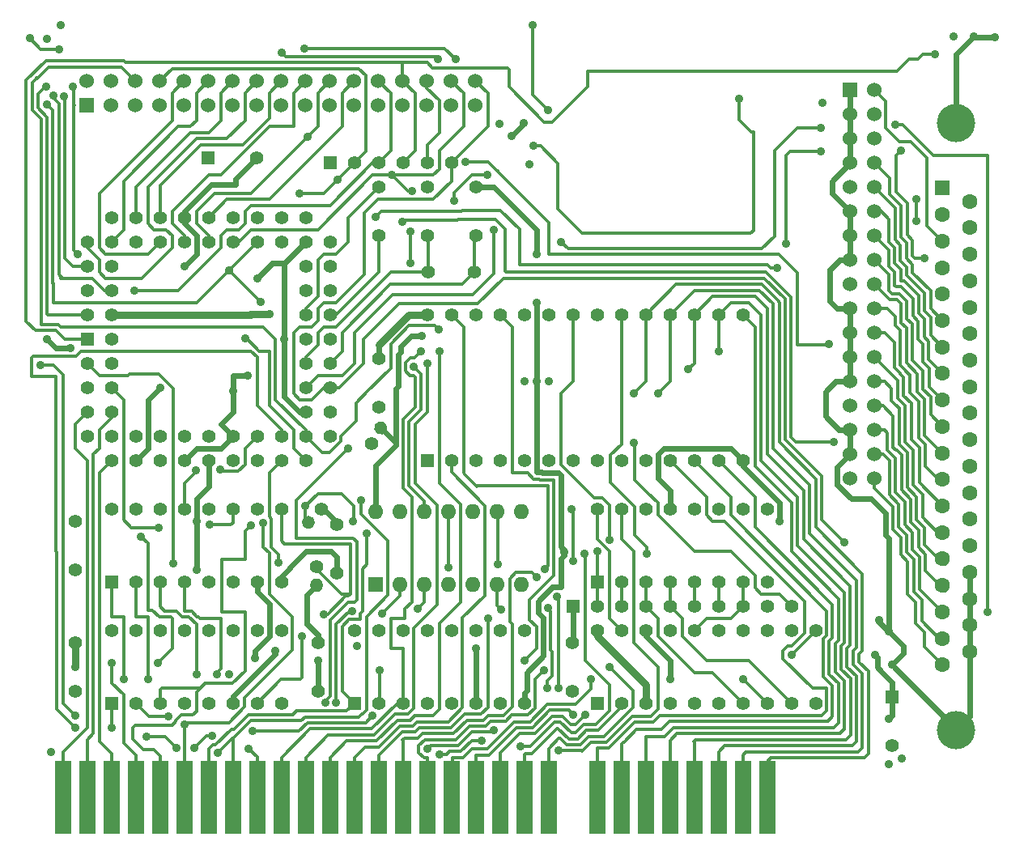
<source format=gtl>
%TF.GenerationSoftware,KiCad,Pcbnew,(5.1.6-0)*%
%TF.CreationDate,2020-08-03T14:04:14-05:00*%
%TF.ProjectId,isa_fdc.kicad_DB37-v3.1_pcb,6973615f-6664-4632-9e6b-696361645f44,rev?*%
%TF.SameCoordinates,Original*%
%TF.FileFunction,Copper,L1,Top*%
%TF.FilePolarity,Positive*%
%FSLAX46Y46*%
G04 Gerber Fmt 4.6, Leading zero omitted, Abs format (unit mm)*
G04 Created by KiCad (PCBNEW (5.1.6-0)) date 2020-08-03 14:04:14*
%MOMM*%
%LPD*%
G01*
G04 APERTURE LIST*
%TA.AperFunction,ComponentPad*%
%ADD10C,1.400000*%
%TD*%
%TA.AperFunction,ComponentPad*%
%ADD11C,4.000000*%
%TD*%
%TA.AperFunction,ComponentPad*%
%ADD12C,1.600000*%
%TD*%
%TA.AperFunction,ComponentPad*%
%ADD13R,1.600000X1.600000*%
%TD*%
%TA.AperFunction,ComponentPad*%
%ADD14C,1.524000*%
%TD*%
%TA.AperFunction,ComponentPad*%
%ADD15R,1.524000X1.524000*%
%TD*%
%TA.AperFunction,ComponentPad*%
%ADD16O,1.400000X1.400000*%
%TD*%
%TA.AperFunction,ComponentPad*%
%ADD17O,1.600000X1.600000*%
%TD*%
%TA.AperFunction,ComponentPad*%
%ADD18C,1.397000*%
%TD*%
%TA.AperFunction,ComponentPad*%
%ADD19R,1.397000X1.397000*%
%TD*%
%TA.AperFunction,ConnectorPad*%
%ADD20R,1.778000X7.620000*%
%TD*%
%TA.AperFunction,ViaPad*%
%ADD21C,0.889000*%
%TD*%
%TA.AperFunction,Conductor*%
%ADD22C,0.368300*%
%TD*%
%TA.AperFunction,Conductor*%
%ADD23C,0.632460*%
%TD*%
%TA.AperFunction,Conductor*%
%ADD24C,0.762000*%
%TD*%
G04 APERTURE END LIST*
D10*
%TO.P,R3,1*%
%TO.N,/IDENT*%
X136440000Y-92220000D03*
%TO.P,R3,2*%
%TO.N,VCC*%
%TA.AperFunction,ComponentPad*%
G36*
G01*
X137040000Y-91180770D02*
X137040000Y-91180770D01*
G75*
G02*
X136783782Y-90224552I350000J606218D01*
G01*
X136783782Y-90224552D01*
G75*
G02*
X137740000Y-89968334I606218J-350000D01*
G01*
X137740000Y-89968334D01*
G75*
G02*
X137996218Y-90924552I-350000J-606218D01*
G01*
X137996218Y-90924552D01*
G75*
G02*
X137040000Y-91180770I-606218J350000D01*
G01*
G37*
%TD.AperFunction*%
%TD*%
D11*
%TO.P,P2,0*%
%TO.N,GND*%
X197570000Y-58670000D03*
X197570000Y-122170000D03*
D12*
%TO.P,P2,37*%
X198990000Y-113965000D03*
%TO.P,P2,36*%
X198990000Y-111195000D03*
%TO.P,P2,35*%
X198990000Y-108425000D03*
%TO.P,P2,34*%
X198990000Y-105655000D03*
%TO.P,P2,33*%
X198990000Y-102885000D03*
%TO.P,P2,32*%
X198990000Y-100115000D03*
%TO.P,P2,31*%
X198990000Y-97345000D03*
%TO.P,P2,30*%
X198990000Y-94575000D03*
%TO.P,P2,29*%
X198990000Y-91805000D03*
%TO.P,P2,28*%
X198990000Y-89035000D03*
%TO.P,P2,27*%
X198990000Y-86265000D03*
%TO.P,P2,26*%
X198990000Y-83495000D03*
%TO.P,P2,25*%
X198990000Y-80725000D03*
%TO.P,P2,24*%
X198990000Y-77955000D03*
%TO.P,P2,23*%
X198990000Y-75185000D03*
%TO.P,P2,22*%
X198990000Y-72415000D03*
%TO.P,P2,21*%
X198990000Y-69645000D03*
%TO.P,P2,20*%
X198990000Y-66875000D03*
%TO.P,P2,19*%
%TO.N,/DSKCG*%
X196150000Y-115350000D03*
%TO.P,P2,18*%
%TO.N,/HDSEL*%
X196150000Y-112580000D03*
%TO.P,P2,17*%
%TO.N,/RDATA*%
X196150000Y-109810000D03*
%TO.P,P2,16*%
%TO.N,/WP*%
X196150000Y-107040000D03*
%TO.P,P2,15*%
%TO.N,/TRK00*%
X196150000Y-104270000D03*
%TO.P,P2,14*%
%TO.N,/WE*%
X196150000Y-101500000D03*
%TO.P,P2,13*%
%TO.N,/WDATA*%
X196150000Y-98730000D03*
%TO.P,P2,12*%
%TO.N,/STEP*%
X196150000Y-95960000D03*
%TO.P,P2,11*%
%TO.N,/DIR*%
X196150000Y-93190000D03*
%TO.P,P2,10*%
%TO.N,/ME3*%
X196150000Y-90420000D03*
%TO.P,P2,9*%
%TO.N,/DS2*%
X196150000Y-87650000D03*
%TO.P,P2,8*%
%TO.N,/DS3*%
X196150000Y-84880000D03*
%TO.P,P2,7*%
%TO.N,/ME2*%
X196150000Y-82110000D03*
%TO.P,P2,6*%
%TO.N,/INDEX*%
X196150000Y-79340000D03*
%TO.P,P2,5*%
%TO.N,Net-(P2-Pad5)*%
X196150000Y-76570000D03*
%TO.P,P2,4*%
%TO.N,Net-(P2-Pad4)*%
X196150000Y-73800000D03*
%TO.P,P2,3*%
%TO.N,/DENSL*%
X196150000Y-71030000D03*
%TO.P,P2,2*%
%TO.N,Net-(P2-Pad2)*%
X196150000Y-68260000D03*
D13*
%TO.P,P2,1*%
%TO.N,Net-(P2-Pad1)*%
X196150000Y-65490000D03*
%TD*%
D14*
%TO.P,P3,34*%
%TO.N,/DSKCG*%
X189010000Y-95870000D03*
%TO.P,P3,33*%
%TO.N,Net-(P3-Pad33)*%
X186470000Y-95870000D03*
%TO.P,P3,32*%
%TO.N,/HDSEL*%
X189010000Y-93330000D03*
%TO.P,P3,31*%
%TO.N,GND*%
X186470000Y-93330000D03*
%TO.P,P3,29*%
X186470000Y-90790000D03*
%TO.P,P3,30*%
%TO.N,/RDATA*%
X189010000Y-90790000D03*
%TO.P,P3,27*%
%TO.N,Net-(P3-Pad27)*%
X186470000Y-88250000D03*
%TO.P,P3,28*%
%TO.N,/WP*%
X189010000Y-88250000D03*
%TO.P,P3,26*%
%TO.N,/TRK00*%
X189010000Y-85710000D03*
%TO.P,P3,25*%
%TO.N,GND*%
X186470000Y-85710000D03*
%TO.P,P3,24*%
%TO.N,/WE*%
X189010000Y-83170000D03*
%TO.P,P3,23*%
%TO.N,GND*%
X186470000Y-83170000D03*
%TO.P,P3,22*%
%TO.N,/WDATA*%
X189010000Y-80630000D03*
%TO.P,P3,21*%
%TO.N,GND*%
X186470000Y-80630000D03*
%TO.P,P3,20*%
%TO.N,/STEP*%
X189010000Y-78090000D03*
%TO.P,P3,19*%
%TO.N,GND*%
X186470000Y-78090000D03*
%TO.P,P3,18*%
%TO.N,/DIR*%
X189010000Y-75550000D03*
%TO.P,P3,17*%
%TO.N,Net-(P3-Pad17)*%
X186470000Y-75550000D03*
%TO.P,P3,16*%
%TO.N,/ME3*%
X189010000Y-73010000D03*
%TO.P,P3,15*%
%TO.N,GND*%
X186470000Y-73010000D03*
%TO.P,P3,14*%
%TO.N,/DS2*%
X189010000Y-70470000D03*
%TO.P,P3,13*%
%TO.N,GND*%
X186470000Y-70470000D03*
%TO.P,P3,12*%
%TO.N,/DS3*%
X189010000Y-67930000D03*
%TO.P,P3,11*%
%TO.N,GND*%
X186470000Y-67930000D03*
%TO.P,P3,10*%
%TO.N,/ME2*%
X189010000Y-65390000D03*
%TO.P,P3,9*%
%TO.N,Net-(P3-Pad9)*%
X186470000Y-65390000D03*
%TO.P,P3,8*%
%TO.N,/INDEX*%
X189010000Y-62850000D03*
%TO.P,P3,7*%
%TO.N,GND*%
X186470000Y-62850000D03*
%TO.P,P3,6*%
%TO.N,/DRATE0*%
X189010000Y-60310000D03*
%TO.P,P3,5*%
%TO.N,GND*%
X186470000Y-60310000D03*
%TO.P,P3,4*%
%TO.N,Net-(P3-Pad4)*%
X189010000Y-57770000D03*
%TO.P,P3,3*%
%TO.N,GND*%
X186470000Y-57770000D03*
%TO.P,P3,2*%
%TO.N,/DENSL*%
X189010000Y-55230000D03*
D15*
%TO.P,P3,1*%
%TO.N,GND*%
X186470000Y-55230000D03*
%TD*%
D10*
%TO.P,R2,1*%
%TO.N,/GT3*%
X130690000Y-105120000D03*
D16*
%TO.P,R2,2*%
%TO.N,VCC*%
X130690000Y-107020000D03*
%TD*%
%TO.P,R1,2*%
%TO.N,/GT2*%
%TA.AperFunction,ComponentPad*%
G36*
G01*
X130321472Y-99958528D02*
X130321472Y-99958528D01*
G75*
G02*
X130321472Y-100948478I-494975J-494975D01*
G01*
X130321472Y-100948478D01*
G75*
G02*
X129331522Y-100948478I-494975J494975D01*
G01*
X129331522Y-100948478D01*
G75*
G02*
X129331522Y-99958528I494975J494975D01*
G01*
X129331522Y-99958528D01*
G75*
G02*
X130321472Y-99958528I494975J-494975D01*
G01*
G37*
%TD.AperFunction*%
D10*
%TO.P,R1,1*%
%TO.N,VCC*%
X131170000Y-99110000D03*
%TD*%
D13*
%TO.P,U2,1*%
%TO.N,/GT3*%
X136880000Y-106910000D03*
D17*
%TO.P,U2,8*%
%TO.N,/DRQ2*%
X152120000Y-99290000D03*
%TO.P,U2,2*%
%TO.N,/~DACK3*%
X139420000Y-106910000D03*
%TO.P,U2,9*%
%TO.N,/DRQ*%
X149580000Y-99290000D03*
%TO.P,U2,3*%
%TO.N,/~DACK*%
X141960000Y-106910000D03*
%TO.P,U2,10*%
%TO.N,/GT2*%
X147040000Y-99290000D03*
%TO.P,U2,4*%
%TO.N,/GT3*%
X144500000Y-106910000D03*
%TO.P,U2,11*%
%TO.N,/~DACK*%
X144500000Y-99290000D03*
%TO.P,U2,5*%
%TO.N,/DRQ*%
X147040000Y-106910000D03*
%TO.P,U2,12*%
%TO.N,/~DACK2*%
X141960000Y-99290000D03*
%TO.P,U2,6*%
%TO.N,/DRQ3*%
X149580000Y-106910000D03*
%TO.P,U2,13*%
%TO.N,/GT2*%
X139420000Y-99290000D03*
%TO.P,U2,7*%
%TO.N,GND*%
X152120000Y-106910000D03*
%TO.P,U2,14*%
%TO.N,VCC*%
X136880000Y-99290000D03*
%TD*%
D18*
%TO.P,C2,1*%
%TO.N,VCC*%
X132790000Y-100680000D03*
%TO.P,C2,2*%
%TO.N,GND*%
X132790000Y-105760000D03*
%TD*%
D19*
%TO.P,SW1,1*%
%TO.N,/IRQ3*%
X109220000Y-106680000D03*
D18*
%TO.P,SW1,2*%
%TO.N,/IRQ4*%
X111760000Y-106680000D03*
%TO.P,SW1,3*%
%TO.N,/IRQ5*%
X114300000Y-106680000D03*
%TO.P,SW1,4*%
%TO.N,/IRQ6*%
X116840000Y-106680000D03*
%TO.P,SW1,5*%
%TO.N,/0x370*%
X119380000Y-106680000D03*
%TO.P,SW1,6*%
%TO.N,/0x3F0*%
X121920000Y-106680000D03*
%TO.P,SW1,7*%
%TO.N,GND*%
X124460000Y-106680000D03*
%TO.P,SW1,8*%
X127000000Y-106680000D03*
%TO.P,SW1,9*%
%TO.N,/GT3*%
X127000000Y-99060000D03*
%TO.P,SW1,10*%
%TO.N,/GT2*%
X124460000Y-99060000D03*
%TO.P,SW1,11*%
%TO.N,/~FDC_CS*%
X121920000Y-99060000D03*
%TO.P,SW1,12*%
X119380000Y-99060000D03*
%TO.P,SW1,13*%
%TO.N,/FDC_IRQ*%
X116840000Y-99060000D03*
%TO.P,SW1,14*%
X114300000Y-99060000D03*
%TO.P,SW1,15*%
X111760000Y-99060000D03*
%TO.P,SW1,16*%
X109220000Y-99060000D03*
%TD*%
D20*
%TO.P,BUS1,33*%
%TO.N,/D7*%
X177800000Y-129200000D03*
%TO.P,BUS1,34*%
%TO.N,/D6*%
X175260000Y-129200000D03*
%TO.P,BUS1,35*%
%TO.N,/D5*%
X172720000Y-129200000D03*
%TO.P,BUS1,36*%
%TO.N,/D4*%
X170180000Y-129200000D03*
%TO.P,BUS1,37*%
%TO.N,/D3*%
X167640000Y-129200000D03*
%TO.P,BUS1,38*%
%TO.N,/D2*%
X165100000Y-129200000D03*
%TO.P,BUS1,39*%
%TO.N,/D1*%
X162560000Y-129200000D03*
%TO.P,BUS1,40*%
%TO.N,/D0*%
X160020000Y-129200000D03*
%TO.P,BUS1,42*%
%TO.N,/AEN*%
X154940000Y-129200000D03*
%TO.P,BUS1,43*%
%TO.N,/A19*%
X152400000Y-129200000D03*
%TO.P,BUS1,44*%
%TO.N,/A18*%
X149860000Y-129200000D03*
%TO.P,BUS1,45*%
%TO.N,/A17*%
X147320000Y-129200000D03*
%TO.P,BUS1,46*%
%TO.N,/A16*%
X144780000Y-129200000D03*
%TO.P,BUS1,47*%
%TO.N,/A15*%
X142240000Y-129200000D03*
%TO.P,BUS1,48*%
%TO.N,/A14*%
X139700000Y-129200000D03*
%TO.P,BUS1,49*%
%TO.N,/A13*%
X137160000Y-129200000D03*
%TO.P,BUS1,50*%
%TO.N,/A12*%
X134620000Y-129200000D03*
%TO.P,BUS1,51*%
%TO.N,/A11*%
X132080000Y-129200000D03*
%TO.P,BUS1,52*%
%TO.N,/A10*%
X129540000Y-129200000D03*
%TO.P,BUS1,53*%
%TO.N,/A9*%
X127000000Y-129200000D03*
%TO.P,BUS1,54*%
%TO.N,/A8*%
X124460000Y-129200000D03*
%TO.P,BUS1,55*%
%TO.N,/A7*%
X121920000Y-129200000D03*
%TO.P,BUS1,56*%
%TO.N,/A6*%
X119380000Y-129200000D03*
%TO.P,BUS1,57*%
%TO.N,/A5*%
X116840000Y-129200000D03*
%TO.P,BUS1,58*%
%TO.N,/A4*%
X114300000Y-129200000D03*
%TO.P,BUS1,59*%
%TO.N,/A3*%
X111760000Y-129200000D03*
%TO.P,BUS1,60*%
%TO.N,/A2*%
X109220000Y-129200000D03*
%TO.P,BUS1,61*%
%TO.N,/A1*%
X106680000Y-129200000D03*
%TO.P,BUS1,62*%
%TO.N,/A0*%
X104140000Y-129200000D03*
%TD*%
D18*
%TO.P,C11,2*%
%TO.N,GND*%
X190890000Y-123800000D03*
D19*
%TO.P,C11,1*%
%TO.N,VCC*%
X190890000Y-118720000D03*
%TD*%
%TO.P,C12,1*%
%TO.N,VCC*%
X119350000Y-62340000D03*
D18*
%TO.P,C12,2*%
%TO.N,GND*%
X124430000Y-62340000D03*
%TD*%
D19*
%TO.P,U5,1*%
%TO.N,GND*%
X160020000Y-119380000D03*
D18*
%TO.P,U5,2*%
%TO.N,/A19*%
X162560000Y-119380000D03*
%TO.P,U5,3*%
%TO.N,VCC*%
X165100000Y-119380000D03*
%TO.P,U5,4*%
%TO.N,/A18*%
X167640000Y-119380000D03*
%TO.P,U5,5*%
%TO.N,VCC*%
X170180000Y-119380000D03*
%TO.P,U5,6*%
%TO.N,/A17*%
X172720000Y-119380000D03*
%TO.P,U5,7*%
%TO.N,Net-(RR1-Pad4)*%
X175260000Y-119380000D03*
%TO.P,U5,8*%
%TO.N,/A16*%
X177800000Y-119380000D03*
%TO.P,U5,9*%
%TO.N,Net-(RR1-Pad5)*%
X180340000Y-119380000D03*
%TO.P,U5,10*%
%TO.N,GND*%
X182880000Y-119380000D03*
%TO.P,U5,11*%
%TO.N,/A15*%
X182880000Y-111760000D03*
%TO.P,U5,12*%
%TO.N,Net-(RR1-Pad6)*%
X180340000Y-111760000D03*
%TO.P,U5,13*%
%TO.N,/A14*%
X177800000Y-111760000D03*
%TO.P,U5,14*%
%TO.N,Net-(RR1-Pad7)*%
X175260000Y-111760000D03*
%TO.P,U5,15*%
%TO.N,/A13*%
X172720000Y-111760000D03*
%TO.P,U5,16*%
%TO.N,Net-(RR1-Pad8)*%
X170180000Y-111760000D03*
%TO.P,U5,17*%
%TO.N,GND*%
X167640000Y-111760000D03*
%TO.P,U5,18*%
X165100000Y-111760000D03*
%TO.P,U5,19*%
%TO.N,/~ROM_CS_IN*%
X162560000Y-111760000D03*
%TO.P,U5,20*%
%TO.N,VCC*%
X160020000Y-111760000D03*
%TD*%
D19*
%TO.P,U7,1*%
%TO.N,/A7*%
X109220000Y-119380000D03*
D18*
%TO.P,U7,2*%
%TO.N,/A5*%
X111760000Y-119380000D03*
%TO.P,U7,3*%
%TO.N,/A4*%
X114300000Y-119380000D03*
%TO.P,U7,4*%
%TO.N,/AEN*%
X116840000Y-119380000D03*
%TO.P,U7,5*%
%TO.N,Net-(U6-Pad7)*%
X119380000Y-119380000D03*
%TO.P,U7,6*%
%TO.N,VCC*%
X121920000Y-119380000D03*
%TO.P,U7,7*%
%TO.N,/0x3F0*%
X124460000Y-119380000D03*
%TO.P,U7,8*%
%TO.N,GND*%
X127000000Y-119380000D03*
%TO.P,U7,9*%
%TO.N,/0x370*%
X127000000Y-111760000D03*
%TO.P,U7,10*%
%TO.N,Net-(U7-Pad10)*%
X124460000Y-111760000D03*
%TO.P,U7,11*%
%TO.N,Net-(U7-Pad11)*%
X121920000Y-111760000D03*
%TO.P,U7,12*%
%TO.N,Net-(U7-Pad12)*%
X119380000Y-111760000D03*
%TO.P,U7,13*%
%TO.N,Net-(U7-Pad13)*%
X116840000Y-111760000D03*
%TO.P,U7,14*%
%TO.N,Net-(U7-Pad14)*%
X114300000Y-111760000D03*
%TO.P,U7,15*%
%TO.N,Net-(U7-Pad15)*%
X111760000Y-111760000D03*
%TO.P,U7,16*%
%TO.N,VCC*%
X109220000Y-111760000D03*
%TD*%
D19*
%TO.P,U6,1*%
%TO.N,/A6*%
X134620000Y-119380000D03*
D18*
%TO.P,U6,2*%
%TO.N,/A8*%
X137160000Y-119380000D03*
%TO.P,U6,3*%
%TO.N,/A9*%
X139700000Y-119380000D03*
%TO.P,U6,4*%
%TO.N,GND*%
X142240000Y-119380000D03*
%TO.P,U6,5*%
X144780000Y-119380000D03*
%TO.P,U6,6*%
%TO.N,VCC*%
X147320000Y-119380000D03*
%TO.P,U6,7*%
%TO.N,Net-(U6-Pad7)*%
X149860000Y-119380000D03*
%TO.P,U6,8*%
%TO.N,GND*%
X152400000Y-119380000D03*
%TO.P,U6,9*%
%TO.N,Net-(U6-Pad9)*%
X152400000Y-111760000D03*
%TO.P,U6,10*%
%TO.N,Net-(U6-Pad10)*%
X149860000Y-111760000D03*
%TO.P,U6,11*%
%TO.N,Net-(U6-Pad11)*%
X147320000Y-111760000D03*
%TO.P,U6,12*%
%TO.N,Net-(U6-Pad12)*%
X144780000Y-111760000D03*
%TO.P,U6,13*%
%TO.N,Net-(U6-Pad13)*%
X142240000Y-111760000D03*
%TO.P,U6,14*%
%TO.N,Net-(U6-Pad14)*%
X139700000Y-111760000D03*
%TO.P,U6,15*%
%TO.N,Net-(U6-Pad15)*%
X137160000Y-111760000D03*
%TO.P,U6,16*%
%TO.N,VCC*%
X134620000Y-111760000D03*
%TD*%
D19*
%TO.P,SW2,1*%
%TO.N,/~ROM_CS*%
X160020000Y-106680000D03*
D18*
%TO.P,SW2,2*%
%TO.N,/~ROMW*%
X162560000Y-106680000D03*
%TO.P,SW2,3*%
%TO.N,Net-(RR1-Pad4)*%
X165100000Y-106680000D03*
%TO.P,SW2,4*%
%TO.N,Net-(RR1-Pad5)*%
X167640000Y-106680000D03*
%TO.P,SW2,5*%
%TO.N,Net-(RR1-Pad6)*%
X170180000Y-106680000D03*
%TO.P,SW2,6*%
%TO.N,Net-(RR1-Pad7)*%
X172720000Y-106680000D03*
%TO.P,SW2,7*%
%TO.N,Net-(RR1-Pad8)*%
X175260000Y-106680000D03*
%TO.P,SW2,8*%
%TO.N,Net-(SW2-Pad8)*%
X177800000Y-106680000D03*
%TO.P,SW2,9*%
%TO.N,Net-(SW2-Pad9)*%
X177800000Y-99060000D03*
%TO.P,SW2,10*%
%TO.N,GND*%
X175260000Y-99060000D03*
%TO.P,SW2,11*%
X172720000Y-99060000D03*
%TO.P,SW2,12*%
X170180000Y-99060000D03*
%TO.P,SW2,13*%
X167640000Y-99060000D03*
%TO.P,SW2,14*%
X165100000Y-99060000D03*
%TO.P,SW2,15*%
%TO.N,/~MEMW*%
X162560000Y-99060000D03*
%TO.P,SW2,16*%
%TO.N,/~ROM_CS_IN*%
X160020000Y-99060000D03*
%TD*%
%TO.P,C1,1*%
%TO.N,VCC*%
X105410000Y-100330000D03*
%TO.P,C1,2*%
%TO.N,GND*%
X105410000Y-105410000D03*
%TD*%
%TO.P,C7,1*%
%TO.N,VCC*%
X105410000Y-113030000D03*
%TO.P,C7,2*%
%TO.N,GND*%
X105410000Y-118110000D03*
%TD*%
%TO.P,C6,1*%
%TO.N,VCC*%
X130810000Y-113030000D03*
%TO.P,C6,2*%
%TO.N,GND*%
X130810000Y-118110000D03*
%TD*%
%TO.P,C5,1*%
%TO.N,VCC*%
X157470000Y-113020000D03*
%TO.P,C5,2*%
%TO.N,GND*%
X157470000Y-118100000D03*
%TD*%
%TO.P,C4,1*%
%TO.N,VCC*%
X137170000Y-83310000D03*
%TO.P,C4,2*%
%TO.N,GND*%
X137170000Y-88390000D03*
%TD*%
%TO.P,C16,1*%
%TO.N,Net-(C16-Pad1)*%
X142240000Y-70485000D03*
%TO.P,C16,2*%
%TO.N,GND*%
X142240000Y-65405000D03*
%TD*%
%TO.P,C15,1*%
%TO.N,Net-(C15-Pad1)*%
X147320000Y-70485000D03*
%TO.P,C15,2*%
%TO.N,GND*%
X147320000Y-65405000D03*
%TD*%
D19*
%TO.P,U4,1*%
%TO.N,/RDY/~BUSY*%
X142240000Y-93980000D03*
D18*
%TO.P,U4,2*%
%TO.N,/A12*%
X144780000Y-93980000D03*
%TO.P,U4,3*%
%TO.N,/A7*%
X147320000Y-93980000D03*
%TO.P,U4,4*%
%TO.N,/A6*%
X149860000Y-93980000D03*
%TO.P,U4,5*%
%TO.N,/A5*%
X152400000Y-93980000D03*
%TO.P,U4,6*%
%TO.N,/A4*%
X154940000Y-93980000D03*
%TO.P,U4,7*%
%TO.N,/A3*%
X157480000Y-93980000D03*
%TO.P,U4,8*%
%TO.N,/A2*%
X160020000Y-93980000D03*
%TO.P,U4,9*%
%TO.N,/A1*%
X162560000Y-93980000D03*
%TO.P,U4,10*%
%TO.N,/A0*%
X165100000Y-93980000D03*
%TO.P,U4,11*%
%TO.N,/D0*%
X167640000Y-93980000D03*
%TO.P,U4,12*%
%TO.N,/D1*%
X170180000Y-93980000D03*
%TO.P,U4,13*%
%TO.N,/D2*%
X172720000Y-93980000D03*
%TO.P,U4,14*%
%TO.N,GND*%
X175260000Y-93980000D03*
%TO.P,U4,15*%
%TO.N,/D3*%
X175260000Y-78740000D03*
%TO.P,U4,16*%
%TO.N,/D4*%
X172720000Y-78740000D03*
%TO.P,U4,17*%
%TO.N,/D5*%
X170180000Y-78740000D03*
%TO.P,U4,18*%
%TO.N,/D6*%
X167640000Y-78740000D03*
%TO.P,U4,19*%
%TO.N,/D7*%
X165100000Y-78740000D03*
%TO.P,U4,20*%
%TO.N,/~ROM_CS*%
X162560000Y-78740000D03*
%TO.P,U4,21*%
%TO.N,/A10*%
X160020000Y-78740000D03*
%TO.P,U4,22*%
%TO.N,/~MEMR*%
X157480000Y-78740000D03*
%TO.P,U4,23*%
%TO.N,/A11*%
X154940000Y-78740000D03*
%TO.P,U4,24*%
%TO.N,/A9*%
X152400000Y-78740000D03*
%TO.P,U4,25*%
%TO.N,/A8*%
X149860000Y-78740000D03*
%TO.P,U4,26*%
%TO.N,Net-(U4-Pad26)*%
X147320000Y-78740000D03*
%TO.P,U4,27*%
%TO.N,/~ROMW*%
X144780000Y-78740000D03*
%TO.P,U4,28*%
%TO.N,VCC*%
X142240000Y-78740000D03*
%TD*%
%TO.P,C17,1*%
%TO.N,Net-(C17-Pad1)*%
X137160000Y-65405000D03*
%TO.P,C17,2*%
%TO.N,Net-(C17-Pad2)*%
X137160000Y-70485000D03*
%TD*%
D19*
%TO.P,U1,1*%
%TO.N,/WP*%
X106680000Y-81280000D03*
D18*
%TO.P,U1,2*%
%TO.N,/TRK00*%
X109220000Y-81280000D03*
%TO.P,U1,3*%
%TO.N,/~DACK*%
X106680000Y-83820000D03*
%TO.P,U1,4*%
%TO.N,/~IOR*%
X109220000Y-83820000D03*
%TO.P,U1,5*%
%TO.N,/~IOW*%
X106680000Y-86360000D03*
%TO.P,U1,6*%
%TO.N,/~FDC_CS*%
X109220000Y-86360000D03*
%TO.P,U1,7*%
%TO.N,/A0*%
X106680000Y-88900000D03*
%TO.P,U1,8*%
%TO.N,/A1*%
X109220000Y-88900000D03*
%TO.P,U1,9*%
%TO.N,GND*%
X106680000Y-91440000D03*
%TO.P,U1,10*%
%TO.N,/A2*%
X109220000Y-93980000D03*
%TO.P,U1,11*%
%TO.N,/D0*%
X109220000Y-91440000D03*
%TO.P,U1,12*%
%TO.N,GND*%
X111760000Y-93980000D03*
%TO.P,U1,13*%
%TO.N,/D1*%
X111760000Y-91440000D03*
%TO.P,U1,14*%
%TO.N,/D2*%
X114300000Y-93980000D03*
%TO.P,U1,15*%
%TO.N,/D3*%
X114300000Y-91440000D03*
%TO.P,U1,16*%
%TO.N,GND*%
X116840000Y-93980000D03*
%TO.P,U1,17*%
%TO.N,/D4*%
X116840000Y-91440000D03*
%TO.P,U1,18*%
%TO.N,VCC*%
X119380000Y-93980000D03*
%TO.P,U1,19*%
%TO.N,/D5*%
X119380000Y-91440000D03*
%TO.P,U1,20*%
%TO.N,/D6*%
X121920000Y-93980000D03*
%TO.P,U1,21*%
%TO.N,GND*%
X121920000Y-91440000D03*
%TO.P,U1,22*%
%TO.N,/D7*%
X124460000Y-93980000D03*
%TO.P,U1,23*%
%TO.N,/FDC_IRQ*%
X124460000Y-91440000D03*
%TO.P,U1,24*%
%TO.N,/DRQ*%
X127000000Y-93980000D03*
%TO.P,U1,25*%
%TO.N,/TC*%
X127000000Y-91440000D03*
%TO.P,U1,26*%
%TO.N,/INDEX*%
X129540000Y-93980000D03*
%TO.P,U1,27*%
%TO.N,/IDENT*%
X132080000Y-91440000D03*
%TO.P,U1,28*%
%TO.N,/DRATE0*%
X129540000Y-91440000D03*
%TO.P,U1,29*%
%TO.N,Net-(U1-Pad29)*%
X132080000Y-88900000D03*
%TO.P,U1,30*%
%TO.N,GND*%
X129540000Y-88900000D03*
%TO.P,U1,31*%
%TO.N,/DSKCG*%
X132080000Y-86360000D03*
%TO.P,U1,32*%
%TO.N,/RESETDRV*%
X129540000Y-86360000D03*
%TO.P,U1,33*%
%TO.N,Net-(C15-Pad1)*%
X132080000Y-83820000D03*
%TO.P,U1,34*%
%TO.N,Net-(C16-Pad1)*%
X129540000Y-83820000D03*
%TO.P,U1,35*%
%TO.N,GND*%
X132080000Y-81280000D03*
%TO.P,U1,36*%
X129540000Y-81280000D03*
%TO.P,U1,37*%
%TO.N,Net-(C17-Pad2)*%
X132080000Y-78740000D03*
%TO.P,U1,38*%
%TO.N,Net-(C17-Pad1)*%
X129540000Y-78740000D03*
%TO.P,U1,39*%
%TO.N,VCC*%
X132080000Y-76200000D03*
%TO.P,U1,40*%
X129540000Y-76200000D03*
%TO.P,U1,41*%
%TO.N,/RDATA*%
X132080000Y-73660000D03*
%TO.P,U1,42*%
%TO.N,Net-(U1-Pad42)*%
X129540000Y-73660000D03*
%TO.P,U1,43*%
%TO.N,Net-(U1-Pad43)*%
X132080000Y-71120000D03*
%TO.P,U1,44*%
%TO.N,Net-(U1-Pad44)*%
X129540000Y-68580000D03*
%TO.P,U1,45*%
%TO.N,GND*%
X129540000Y-71120000D03*
%TO.P,U1,46*%
%TO.N,VCC*%
X127000000Y-68580000D03*
%TO.P,U1,47*%
%TO.N,Net-(U1-Pad47)*%
X127000000Y-71120000D03*
%TO.P,U1,48*%
%TO.N,Net-(U1-Pad48)*%
X124460000Y-68580000D03*
%TO.P,U1,49*%
%TO.N,/DENSL*%
X124460000Y-71120000D03*
%TO.P,U1,50*%
%TO.N,GND*%
X121920000Y-68580000D03*
%TO.P,U1,51*%
%TO.N,/HDSEL*%
X121920000Y-71120000D03*
%TO.P,U1,52*%
%TO.N,/WE*%
X119380000Y-68580000D03*
%TO.P,U1,53*%
%TO.N,/WDATA*%
X119380000Y-71120000D03*
%TO.P,U1,54*%
%TO.N,GND*%
X116840000Y-68580000D03*
%TO.P,U1,55*%
%TO.N,/STEP*%
X116840000Y-71120000D03*
%TO.P,U1,56*%
%TO.N,/DIR*%
X114300000Y-68580000D03*
%TO.P,U1,57*%
%TO.N,/MEA*%
X114300000Y-71120000D03*
%TO.P,U1,58*%
%TO.N,/DSA*%
X111760000Y-68580000D03*
%TO.P,U1,59*%
%TO.N,GND*%
X111760000Y-71120000D03*
%TO.P,U1,60*%
%TO.N,VCC*%
X109220000Y-68580000D03*
%TO.P,U1,61*%
%TO.N,/MEB*%
X106680000Y-71120000D03*
%TO.P,U1,62*%
%TO.N,/DSB*%
X109220000Y-71120000D03*
%TO.P,U1,63*%
%TO.N,/ME2*%
X106680000Y-73660000D03*
%TO.P,U1,64*%
%TO.N,/DS2*%
X109220000Y-73660000D03*
%TO.P,U1,65*%
%TO.N,GND*%
X106680000Y-76200000D03*
%TO.P,U1,66*%
%TO.N,/ME3*%
X109220000Y-76200000D03*
%TO.P,U1,67*%
%TO.N,/DS3*%
X106680000Y-78740000D03*
%TO.P,U1,68*%
%TO.N,VCC*%
X109220000Y-78740000D03*
%TD*%
D15*
%TO.P,P1,1*%
%TO.N,GND*%
X106670000Y-56840000D03*
D14*
%TO.P,P1,2*%
%TO.N,/DENSL*%
X106670000Y-54300000D03*
%TO.P,P1,3*%
%TO.N,GND*%
X109210000Y-56840000D03*
%TO.P,P1,4*%
%TO.N,Net-(P1-Pad4)*%
X109210000Y-54300000D03*
%TO.P,P1,5*%
%TO.N,GND*%
X111750000Y-56840000D03*
%TO.P,P1,6*%
%TO.N,/DRATE0*%
X111750000Y-54300000D03*
%TO.P,P1,7*%
%TO.N,GND*%
X114290000Y-56840000D03*
%TO.P,P1,8*%
%TO.N,/INDEX*%
X114290000Y-54300000D03*
%TO.P,P1,9*%
%TO.N,Net-(P1-Pad9)*%
X116830000Y-56840000D03*
%TO.P,P1,10*%
%TO.N,/MEA*%
X116830000Y-54300000D03*
%TO.P,P1,11*%
%TO.N,GND*%
X119370000Y-56840000D03*
%TO.P,P1,12*%
%TO.N,/DSB*%
X119370000Y-54300000D03*
%TO.P,P1,13*%
%TO.N,GND*%
X121910000Y-56840000D03*
%TO.P,P1,14*%
%TO.N,/DSA*%
X121910000Y-54300000D03*
%TO.P,P1,15*%
%TO.N,GND*%
X124450000Y-56840000D03*
%TO.P,P1,16*%
%TO.N,/MEB*%
X124450000Y-54300000D03*
%TO.P,P1,17*%
%TO.N,Net-(P1-Pad17)*%
X126990000Y-56840000D03*
%TO.P,P1,18*%
%TO.N,/DIR*%
X126990000Y-54300000D03*
%TO.P,P1,19*%
%TO.N,GND*%
X129530000Y-56840000D03*
%TO.P,P1,20*%
%TO.N,/STEP*%
X129530000Y-54300000D03*
%TO.P,P1,21*%
%TO.N,GND*%
X132070000Y-56840000D03*
%TO.P,P1,22*%
%TO.N,/WDATA*%
X132070000Y-54300000D03*
%TO.P,P1,23*%
%TO.N,GND*%
X134610000Y-56840000D03*
%TO.P,P1,24*%
%TO.N,/WE*%
X134610000Y-54300000D03*
%TO.P,P1,25*%
%TO.N,GND*%
X137150000Y-56840000D03*
%TO.P,P1,26*%
%TO.N,/TRK00*%
X137150000Y-54300000D03*
%TO.P,P1,28*%
%TO.N,/WP*%
X139690000Y-54300000D03*
%TO.P,P1,27*%
%TO.N,Net-(P1-Pad27)*%
X139690000Y-56840000D03*
%TO.P,P1,30*%
%TO.N,/RDATA*%
X142230000Y-54300000D03*
%TO.P,P1,29*%
%TO.N,GND*%
X142230000Y-56840000D03*
%TO.P,P1,31*%
X144770000Y-56840000D03*
%TO.P,P1,32*%
%TO.N,/HDSEL*%
X144770000Y-54300000D03*
%TO.P,P1,33*%
%TO.N,Net-(P1-Pad33)*%
X147310000Y-56840000D03*
%TO.P,P1,34*%
%TO.N,/DSKCG*%
X147310000Y-54300000D03*
%TD*%
D19*
%TO.P,RR1,1*%
%TO.N,VCC*%
X157480000Y-109220000D03*
D18*
%TO.P,RR1,2*%
%TO.N,/~ROM_CS*%
X160020000Y-109220000D03*
%TO.P,RR1,3*%
%TO.N,/~ROMW*%
X162560000Y-109220000D03*
%TO.P,RR1,4*%
%TO.N,Net-(RR1-Pad4)*%
X165100000Y-109220000D03*
%TO.P,RR1,5*%
%TO.N,Net-(RR1-Pad5)*%
X167640000Y-109220000D03*
%TO.P,RR1,6*%
%TO.N,Net-(RR1-Pad6)*%
X170180000Y-109220000D03*
%TO.P,RR1,7*%
%TO.N,Net-(RR1-Pad7)*%
X172720000Y-109220000D03*
%TO.P,RR1,8*%
%TO.N,Net-(RR1-Pad8)*%
X175260000Y-109220000D03*
%TO.P,RR1,9*%
%TO.N,Net-(RR1-Pad9)*%
X177800000Y-109220000D03*
%TO.P,RR1,10*%
%TO.N,/RDY/~BUSY*%
X180340000Y-109220000D03*
%TD*%
%TO.P,RR2,6*%
%TO.N,/DSKCG*%
X144780000Y-62865000D03*
%TO.P,RR2,5*%
%TO.N,/RDATA*%
X142240000Y-62865000D03*
%TO.P,RR2,4*%
%TO.N,/WP*%
X139700000Y-62865000D03*
%TO.P,RR2,3*%
%TO.N,/TRK00*%
X137160000Y-62865000D03*
%TO.P,RR2,2*%
%TO.N,/INDEX*%
X134620000Y-62865000D03*
D19*
%TO.P,RR2,1*%
%TO.N,VCC*%
X132080000Y-62865000D03*
%TD*%
D18*
%TO.P,X1,1*%
%TO.N,Net-(C15-Pad1)*%
X147220940Y-74295000D03*
%TO.P,X1,2*%
%TO.N,Net-(C16-Pad1)*%
X142339060Y-74295000D03*
%TD*%
D21*
%TO.N,/A10*%
X142240000Y-83820000D03*
%TO.N,/A11*%
X143510000Y-82550000D03*
%TO.N,/A13*%
X148590000Y-110490000D03*
%TO.N,/A14*%
X153700000Y-106170000D03*
%TO.N,/A15*%
X154460000Y-115920000D03*
X180340000Y-114300000D03*
%TO.N,/A16*%
X159385000Y-116840000D03*
X175260000Y-116840000D03*
%TO.N,/A17*%
X157535897Y-120541466D03*
%TO.N,/A18*%
X158823920Y-120581218D03*
%TO.N,/A3*%
X114080000Y-115150000D03*
X109300000Y-115120000D03*
X112310000Y-101910000D03*
%TO.N,/A4*%
X123790000Y-100730000D03*
%TO.N,/A5*%
X125070000Y-100470000D03*
X116877000Y-121568000D03*
X115174033Y-120754763D03*
%TO.N,/A6*%
X135970000Y-101600000D03*
%TO.N,/A7*%
X135360000Y-98120000D03*
X109297000Y-121908000D03*
X119771460Y-122788958D03*
X120343930Y-124551553D03*
X117861000Y-124056000D03*
X112895000Y-122895000D03*
X116000009Y-124055000D03*
%TO.N,/A8*%
X152400000Y-114935000D03*
X137322500Y-115887500D03*
X123577340Y-124089000D03*
%TO.N,/A9*%
X141605000Y-82550000D03*
%TO.N,/AEN*%
X161290000Y-115570000D03*
%TO.N,/D4*%
X172720000Y-82550000D03*
%TO.N,/D5*%
X169545000Y-84455000D03*
%TO.N,/D6*%
X166370000Y-86995000D03*
%TO.N,/D7*%
X163830000Y-86995000D03*
%TO.N,/DENSL*%
X102500000Y-56750000D03*
X183630000Y-56560000D03*
X121505000Y-74075000D03*
X124810000Y-77380000D03*
X174874499Y-56115501D03*
X153353622Y-61053622D03*
%TO.N,/DIR*%
X127000000Y-51310000D03*
X143412831Y-52017340D03*
%TO.N,/DRQ2*%
X157520000Y-104470000D03*
X157320000Y-99070000D03*
%TO.N,/DSKCG*%
X185875000Y-102545000D03*
%TO.N,/HDSEL*%
X184810000Y-92080000D03*
X139650000Y-69000000D03*
X140670000Y-65780000D03*
X138575000Y-64135000D03*
%TO.N,/INDEX*%
X178880000Y-73860000D03*
X123270000Y-81230000D03*
X128905000Y-66040000D03*
X132882500Y-64602500D03*
X136880000Y-68520000D03*
X183450151Y-61649849D03*
X179760000Y-71260000D03*
%TO.N,/IRQ3*%
X110490000Y-116840000D03*
%TO.N,/IRQ4*%
X113030000Y-116840000D03*
%TO.N,/IRQ5*%
X118110000Y-116350000D03*
%TO.N,/IRQ6*%
X120270000Y-116350000D03*
%TO.N,/IRQ7*%
X121520000Y-116300000D03*
%TO.N,/RDATA*%
X191180000Y-58880000D03*
X200850000Y-109800000D03*
%TO.N,/RDY/~BUSY*%
X163880000Y-92140000D03*
%TO.N,/RESETDRV*%
X149225000Y-69850000D03*
%TO.N,/STEP*%
X129432361Y-50867314D03*
X145203627Y-52017340D03*
%TO.N,/TC*%
X105410000Y-121920000D03*
%TO.N,/TRK00*%
X191810000Y-61540000D03*
X111590000Y-76200000D03*
X194260000Y-72820000D03*
%TO.N,/WDATA*%
X146260000Y-62770000D03*
X129747500Y-60117500D03*
X184260151Y-81830151D03*
%TO.N,/WP*%
X195360000Y-51500000D03*
%TO.N,/~DACK2*%
X103790000Y-50950000D03*
X154910000Y-57320000D03*
X153270000Y-48400000D03*
X101780000Y-84030000D03*
X105410000Y-120650000D03*
X140850000Y-84180000D03*
X140530000Y-73340000D03*
X140530000Y-70030000D03*
X145040000Y-66800000D03*
X148510000Y-64090000D03*
X100665000Y-49825000D03*
%TO.N,/~FDC_CS*%
X114200000Y-100980000D03*
X119480000Y-100670000D03*
%TO.N,/~IOR*%
X133985000Y-92710000D03*
X131580744Y-119296787D03*
%TO.N,/~IOW*%
X134380000Y-109700000D03*
X132723755Y-119296787D03*
%TO.N,/~MEMR*%
X158740000Y-103730000D03*
X161340000Y-102270000D03*
X151974012Y-123888717D03*
%TO.N,/~MEMW*%
X156011000Y-124339000D03*
%TO.N,/~ROMW*%
X154520000Y-105350000D03*
%TO.N,/~ROM_CS*%
X165220000Y-103700000D03*
X160020000Y-103505000D03*
%TO.N,GND*%
X124250000Y-114620000D03*
X191870000Y-125140000D03*
X190500000Y-125730000D03*
X102870000Y-124460000D03*
X151080000Y-60005000D03*
X102470000Y-49910000D03*
X153670000Y-77470000D03*
X152390000Y-58670000D03*
X153670000Y-85725000D03*
X154940000Y-85725000D03*
X130810000Y-114935000D03*
X121920000Y-86677500D03*
X189550000Y-110690000D03*
X167640000Y-116840000D03*
X103930000Y-48450000D03*
X179070000Y-100330000D03*
X190510000Y-111850000D03*
X114300000Y-86360000D03*
X153670000Y-72390000D03*
X199400000Y-49660000D03*
X152400000Y-85725000D03*
X124460000Y-74930000D03*
X201670000Y-49680000D03*
X149810000Y-58735000D03*
X116840000Y-73660000D03*
X127317500Y-81280000D03*
X102500000Y-81290000D03*
X197280000Y-49630000D03*
X123507500Y-85090000D03*
X104970000Y-82190000D03*
X156620000Y-103590000D03*
X190840000Y-115360000D03*
%TO.N,VCC*%
X141660000Y-80990000D03*
X126340000Y-113920000D03*
X105410000Y-115570000D03*
X147320000Y-113665000D03*
X125760000Y-78640000D03*
X118110000Y-100330000D03*
X118110000Y-105410000D03*
X134935000Y-113345000D03*
X152970000Y-63040000D03*
X190560000Y-121000000D03*
X189140000Y-114340000D03*
%TO.N,/DRATE0*%
X143470000Y-80290000D03*
X156260000Y-71090000D03*
X183385000Y-59175000D03*
%TO.N,/ME2*%
X104296109Y-55865517D03*
%TO.N,/DS3*%
X102360000Y-54910000D03*
%TO.N,/DS2*%
X105690000Y-72370000D03*
X105169407Y-54847075D03*
%TO.N,/ME3*%
X193410000Y-66650000D03*
X193410000Y-68970000D03*
X103155449Y-55792231D03*
%TO.N,/0x3F0*%
X129130000Y-112330000D03*
%TO.N,/FDC_IRQ*%
X118090000Y-95000000D03*
X120640000Y-94940000D03*
%TO.N,Net-(U6-Pad7)*%
X123974420Y-122307340D03*
X136559890Y-120679440D03*
%TO.N,/~DACK3*%
X155990000Y-117810000D03*
X155830000Y-108250000D03*
X137540000Y-110010000D03*
X143524000Y-124706000D03*
X147977970Y-123266243D03*
%TO.N,/DRQ3*%
X142318000Y-124115000D03*
X154800000Y-117790000D03*
X154910000Y-109430000D03*
X149970000Y-109540000D03*
X149205154Y-122194435D03*
%TO.N,/DRQ*%
X149660000Y-104810000D03*
X126710000Y-104640000D03*
%TO.N,/~DACK*%
X115680000Y-104780000D03*
X141230000Y-109520000D03*
X144440000Y-105180000D03*
%TO.N,/GT2*%
X134530000Y-100340000D03*
X129530000Y-98770000D03*
%TO.N,/GT3*%
X131450000Y-110040000D03*
%TD*%
D22*
%TO.N,/A0*%
X105410000Y-92710000D02*
X105410000Y-90170000D01*
X104140000Y-124460000D02*
X106680000Y-121920000D01*
X106680000Y-121920000D02*
X106680000Y-93980000D01*
X105410000Y-90170000D02*
X106680000Y-88900000D01*
X106680000Y-93980000D02*
X105410000Y-92710000D01*
X104140000Y-124460000D02*
X104140000Y-129200000D01*
%TO.N,/A1*%
X107315000Y-93345000D02*
X107315000Y-122555000D01*
X109220000Y-89535000D02*
X107950000Y-90805000D01*
X106680000Y-123190000D02*
X107315000Y-122555000D01*
X109220000Y-88900000D02*
X109220000Y-89535000D01*
X107950000Y-92710000D02*
X107950000Y-90805000D01*
X107315000Y-93345000D02*
X107950000Y-92710000D01*
X106680000Y-123190000D02*
X106680000Y-129200000D01*
%TO.N,/A10*%
X129608002Y-129131998D02*
X129540000Y-129200000D01*
X131893011Y-122668689D02*
X129540000Y-125021700D01*
X140970000Y-96360000D02*
X143261849Y-98651849D01*
X138851025Y-120516655D02*
X136698991Y-122668689D01*
X143261849Y-98651849D02*
X143261849Y-109094475D01*
X140836651Y-119925593D02*
X140245590Y-120516654D01*
X142240000Y-83820000D02*
X142240000Y-88900000D01*
X129540000Y-125021700D02*
X129540000Y-129200000D01*
X140245590Y-120516654D02*
X138851025Y-120516655D01*
X142240000Y-88900000D02*
X140970000Y-90170000D01*
X143261849Y-109094475D02*
X140836651Y-111519673D01*
X136698991Y-122668689D02*
X131893011Y-122668689D01*
X140836651Y-111519673D02*
X140836651Y-119925593D01*
X140970000Y-90170000D02*
X140970000Y-96360000D01*
%TO.N,/A11*%
X143510000Y-96320000D02*
X143510000Y-82550000D01*
X145738151Y-105171827D02*
X145738151Y-105641849D01*
X144310000Y-97120000D02*
X145738151Y-98548151D01*
X143510000Y-96320000D02*
X144310000Y-97120000D01*
X145738151Y-98548151D02*
X145738151Y-105641849D01*
X144310000Y-97120000D02*
X145028151Y-97838151D01*
X140956794Y-120685530D02*
X140503360Y-121138964D01*
X140503360Y-121138964D02*
X139108795Y-121138965D01*
X145738151Y-105641849D02*
X145738151Y-108801849D01*
X132080000Y-125021700D02*
X132080000Y-129200000D01*
X145738151Y-108801849D02*
X143510000Y-111030000D01*
X143510000Y-120015000D02*
X142839470Y-120685530D01*
X142839470Y-120685530D02*
X140956794Y-120685530D01*
X133810702Y-123290998D02*
X132080000Y-125021700D01*
X143510000Y-111030000D02*
X143510000Y-120015000D01*
X136956762Y-123290998D02*
X133810702Y-123290998D01*
X139108795Y-121138965D02*
X136956762Y-123290998D01*
%TO.N,/A12*%
X144470000Y-121307840D02*
X141214564Y-121307840D01*
X144780000Y-95197536D02*
X148278151Y-98695687D01*
X145946230Y-119831610D02*
X144470000Y-121307840D01*
X144780000Y-93980000D02*
X144780000Y-95197536D01*
X135720011Y-123921689D02*
X134620000Y-125021700D01*
X148278151Y-98695687D02*
X148278151Y-108121849D01*
X148278151Y-108121849D02*
X145946230Y-110453770D01*
X141214564Y-121307840D02*
X140761129Y-121761275D01*
X139366565Y-121761275D02*
X137206151Y-123921689D01*
X137206151Y-123921689D02*
X135720011Y-123921689D01*
X145946230Y-110453770D02*
X145946230Y-119831610D01*
X140761129Y-121761275D02*
X139366565Y-121761275D01*
X134620000Y-125021700D02*
X134620000Y-129200000D01*
%TO.N,/A13*%
X141018900Y-122383584D02*
X139624335Y-122383585D01*
X148590000Y-110490000D02*
X148590000Y-119792244D01*
X148590000Y-119792244D02*
X147865593Y-120516651D01*
X146141267Y-120516651D02*
X144727769Y-121930149D01*
X141472334Y-121930150D02*
X141018900Y-122383584D01*
X137160000Y-124847920D02*
X137160000Y-129200000D01*
X147865593Y-120516651D02*
X146141267Y-120516651D01*
X144727769Y-121930149D02*
X141472334Y-121930150D01*
X139624335Y-122383585D02*
X137160000Y-124847920D01*
%TO.N,/A14*%
X144147540Y-122560080D02*
X144147540Y-122552460D01*
X144147540Y-122552460D02*
X144145000Y-122555000D01*
X150881849Y-106315687D02*
X150881849Y-110851849D01*
X150881849Y-110851849D02*
X151130000Y-111100000D01*
X151525687Y-105671849D02*
X150881849Y-106315687D01*
X153201849Y-105671849D02*
X151525687Y-105671849D01*
X153700000Y-106170000D02*
X153201849Y-105671849D01*
X151130000Y-111100000D02*
X151130000Y-112020000D01*
X151130000Y-111120000D02*
X151130000Y-112020000D01*
X139700000Y-123853998D02*
X139700000Y-129200000D01*
X139700000Y-123230000D02*
X139700000Y-123853998D01*
X141730104Y-122552460D02*
X141276669Y-123005895D01*
X141276669Y-123005895D02*
X139882103Y-123005895D01*
X139678999Y-123208999D02*
X139700000Y-123230000D01*
X139882103Y-123005895D02*
X139678999Y-123208999D01*
X142451540Y-122552460D02*
X141730104Y-122552460D01*
X144147540Y-122552460D02*
X142451540Y-122552460D01*
X148625946Y-120636378D02*
X148123363Y-121138961D01*
X144985538Y-122552460D02*
X142451540Y-122552460D01*
X151130000Y-112020000D02*
X151130000Y-119725760D01*
X150219382Y-120636378D02*
X148625946Y-120636378D01*
X148123363Y-121138961D02*
X146399036Y-121138962D01*
X151130000Y-119725760D02*
X150219382Y-120636378D01*
X146399036Y-121138962D02*
X144985538Y-122552460D01*
%TO.N,/A15*%
X182880000Y-111760000D02*
X180340000Y-114300000D01*
X142240000Y-125127000D02*
X142240000Y-129200000D01*
X141946000Y-125099000D02*
X142268000Y-125099000D01*
X141373000Y-123800000D02*
X141373000Y-124526000D01*
X141990611Y-123182389D02*
X141373000Y-123800000D01*
X144277371Y-123182389D02*
X141990611Y-123182389D01*
X145238010Y-123180069D02*
X144279691Y-123180069D01*
X150477151Y-121258689D02*
X148883715Y-121258689D01*
X144279691Y-123180069D02*
X144277371Y-123182389D01*
X141373000Y-124526000D02*
X141946000Y-125099000D01*
X146656807Y-121761272D02*
X145238010Y-123180069D01*
X148381133Y-121761271D02*
X146656807Y-121761272D01*
X151120461Y-120615379D02*
X150477151Y-121258689D01*
X152783541Y-120615379D02*
X151120461Y-120615379D01*
X142268000Y-125099000D02*
X142240000Y-125127000D01*
X153536651Y-119862269D02*
X152783541Y-120615379D01*
X153536651Y-116843349D02*
X153536651Y-119862269D01*
X148883715Y-121258689D02*
X148381133Y-121761271D01*
X154460000Y-115920000D02*
X153536651Y-116843349D01*
%TO.N,/A16*%
X177800000Y-119380000D02*
X175260000Y-116840000D01*
X144780000Y-126120000D02*
X144820000Y-126080000D01*
X148517025Y-124148894D02*
X146910106Y-124148894D01*
X159385000Y-116840000D02*
X159385000Y-117825000D01*
X151360620Y-121305299D02*
X148517025Y-124148894D01*
X159385000Y-117825000D02*
X157746242Y-119463758D01*
X154833922Y-119463758D02*
X152992381Y-121305299D01*
X152992381Y-121305299D02*
X151360620Y-121305299D01*
X157746242Y-119463758D02*
X154833922Y-119463758D01*
X144923000Y-125047000D02*
X144922999Y-125046998D01*
X146012000Y-125047000D02*
X144923000Y-125047000D01*
X146910106Y-124148894D02*
X146012000Y-125047000D01*
X144922999Y-125046998D02*
X144922999Y-129057001D01*
%TO.N,/A17*%
X147320000Y-126365000D02*
X147955000Y-125730000D01*
X155091692Y-120086068D02*
X157080499Y-120086068D01*
X157080499Y-120086068D02*
X157535897Y-120541466D01*
X151618389Y-121927610D02*
X153250150Y-121927610D01*
X153250150Y-121927610D02*
X155091692Y-120086068D01*
X148730499Y-124815499D02*
X147367501Y-124815499D01*
X148730499Y-124815499D02*
X151618389Y-121927610D01*
X147320000Y-124863000D02*
X147320000Y-129200000D01*
X147367501Y-124815499D02*
X147320000Y-124863000D01*
%TO.N,/A18*%
X149860000Y-124592000D02*
X151897000Y-122555000D01*
X157781220Y-121549460D02*
X158749462Y-120581218D01*
X153502840Y-122555000D02*
X155349461Y-120708379D01*
X155349461Y-120708379D02*
X156454539Y-120708379D01*
X149860000Y-129200000D02*
X149860000Y-124592000D01*
X151897000Y-122555000D02*
X153502840Y-122555000D01*
X158749462Y-120581218D02*
X158823920Y-120581218D01*
X156454539Y-120708379D02*
X157295620Y-121549460D01*
X157295620Y-121549460D02*
X157781220Y-121549460D01*
%TO.N,/A19*%
X155951162Y-121980998D02*
X157064542Y-123094378D01*
X155837000Y-121980998D02*
X155951162Y-121980998D01*
X158884462Y-122206378D02*
X160108462Y-122206378D01*
X160108462Y-122206378D02*
X162560000Y-119754840D01*
X162560000Y-119754840D02*
X162560000Y-119380000D01*
X157064542Y-123094378D02*
X157996461Y-123094378D01*
X157996461Y-123094378D02*
X158884462Y-122206378D01*
X153180999Y-124636999D02*
X152498001Y-124636999D01*
X153180999Y-124636999D02*
X155837000Y-121980998D01*
X152400000Y-124735000D02*
X152400000Y-129200000D01*
X152498001Y-124636999D02*
X152400000Y-124735000D01*
%TO.N,/A2*%
X109220000Y-124674000D02*
X109220000Y-129200000D01*
X107950000Y-123404000D02*
X109220000Y-124674000D01*
X107950000Y-95250000D02*
X107950000Y-123404000D01*
X109220000Y-93980000D02*
X107950000Y-95250000D01*
%TO.N,/A3*%
X115570000Y-113660000D02*
X114080000Y-115150000D01*
X115415000Y-110335000D02*
X115570000Y-110490000D01*
X113520000Y-109620000D02*
X114235000Y-110335000D01*
X113030000Y-109620000D02*
X113520000Y-109620000D01*
X114235000Y-110335000D02*
X115415000Y-110335000D01*
X113030000Y-102630000D02*
X113030000Y-109620000D01*
X115570000Y-110490000D02*
X115570000Y-113660000D01*
X112310000Y-101910000D02*
X113030000Y-102630000D01*
X111760000Y-124849000D02*
X111760000Y-129200000D01*
X110490000Y-123579000D02*
X111760000Y-124849000D01*
X110490000Y-118464328D02*
X110490000Y-123579000D01*
X109280000Y-117254328D02*
X110490000Y-118464328D01*
X109280000Y-114890000D02*
X109280000Y-117254328D01*
%TO.N,/A4*%
X118555000Y-117745000D02*
X114485000Y-117745000D01*
X114300000Y-117930000D02*
X114300000Y-119380000D01*
X114485000Y-117745000D02*
X114300000Y-117930000D01*
X121911324Y-117295000D02*
X119005000Y-117295000D01*
X123190000Y-116016324D02*
X121911324Y-117295000D01*
X119005000Y-117295000D02*
X118555000Y-117745000D01*
X123790000Y-100730000D02*
X123190000Y-101330000D01*
X123190000Y-104280000D02*
X120760000Y-104280000D01*
X123190000Y-101330000D02*
X123190000Y-104280000D01*
X120760000Y-104280000D02*
X120760000Y-109790000D01*
X120780000Y-109810000D02*
X123190000Y-109810000D01*
X120760000Y-109790000D02*
X120780000Y-109810000D01*
X123190000Y-109810000D02*
X123190000Y-116016324D01*
X118110000Y-120194920D02*
X117726920Y-120578000D01*
X117726920Y-120578000D02*
X116565407Y-120578000D01*
X118110000Y-118190000D02*
X118110000Y-120194920D01*
X115954661Y-121188746D02*
X115954661Y-121250550D01*
X116565407Y-120578000D02*
X115954661Y-121188746D01*
X118555000Y-117745000D02*
X118110000Y-118190000D01*
X115566105Y-121639105D02*
X111728895Y-121639105D01*
X115954661Y-121250550D02*
X115566105Y-121639105D01*
X111728895Y-121639105D02*
X111421000Y-121947000D01*
X111421000Y-121947000D02*
X111421000Y-123097000D01*
X111421000Y-123097000D02*
X112519000Y-124195000D01*
X113629000Y-124195000D02*
X114300000Y-124866000D01*
X112519000Y-124195000D02*
X113629000Y-124195000D01*
X114300000Y-124866000D02*
X114300000Y-129200000D01*
%TO.N,/A5*%
X113134763Y-120754763D02*
X115174033Y-120754763D01*
X111760000Y-119380000D02*
X113134763Y-120754763D01*
X125070000Y-103020000D02*
X125730000Y-103680000D01*
X125070000Y-100470000D02*
X125070000Y-103020000D01*
X125730000Y-103680000D02*
X125730000Y-107950000D01*
X117024310Y-121420690D02*
X116877000Y-121568000D01*
X121515230Y-121420690D02*
X117024310Y-121420690D01*
X123180000Y-118755000D02*
X123180000Y-119755920D01*
X128143000Y-113792000D02*
X123180000Y-118755000D01*
X125730000Y-107950000D02*
X128143000Y-110363000D01*
X123180000Y-119755920D02*
X121515230Y-121420690D01*
X128143000Y-110363000D02*
X128143000Y-113792000D01*
X116882660Y-121573660D02*
X116877000Y-121568000D01*
X116882660Y-129157340D02*
X116882660Y-121573660D01*
X116840000Y-129200000D02*
X116882660Y-129157340D01*
%TO.N,/A6*%
X133350000Y-118110000D02*
X134620000Y-119380000D01*
X133350000Y-111347756D02*
X133350000Y-118110000D01*
X135267690Y-110602310D02*
X134095446Y-110602310D01*
X134095446Y-110602310D02*
X133350000Y-111347756D01*
X135910000Y-101600000D02*
X135960000Y-101650000D01*
X135500000Y-105320000D02*
X135500000Y-109723597D01*
X135960000Y-104860000D02*
X135500000Y-105320000D01*
X135960000Y-101650000D02*
X135960000Y-104860000D01*
X135267690Y-109955907D02*
X135267690Y-110602310D01*
X135500000Y-109723597D02*
X135267690Y-109955907D01*
X120117322Y-123698477D02*
X119807053Y-123698477D01*
X128210923Y-120537757D02*
X123557597Y-120537757D01*
X134620000Y-119380000D02*
X133820553Y-120179447D01*
X119380000Y-124125530D02*
X119380000Y-129200000D01*
X119807053Y-123698477D02*
X119380000Y-124125530D01*
X123557597Y-120537757D02*
X122031677Y-122063677D01*
X122031677Y-122063677D02*
X121752122Y-122063677D01*
X128569233Y-120179447D02*
X128210923Y-120537757D01*
X133820553Y-120179447D02*
X128569233Y-120179447D01*
X121752122Y-122063677D02*
X120117322Y-123698477D01*
%TO.N,/A7*%
X135890000Y-120100323D02*
X135890000Y-110288672D01*
X135705898Y-120284426D02*
X135890000Y-120100323D01*
X129459784Y-120801756D02*
X135108764Y-120801756D01*
X138118151Y-108060521D02*
X138118151Y-102348151D01*
X135489382Y-120530138D02*
X135705898Y-120313622D01*
X121920000Y-123055434D02*
X123815366Y-121160068D01*
X135108764Y-120801756D02*
X135380382Y-120530138D01*
X135890000Y-110288672D02*
X138118151Y-108060521D01*
X121920000Y-129200000D02*
X121920000Y-123055434D01*
X123815366Y-121160068D02*
X129101472Y-121160068D01*
X129101472Y-121160068D02*
X129459784Y-120801756D01*
X135705898Y-120313622D02*
X135705898Y-120284426D01*
X135380382Y-120530138D02*
X135489382Y-120530138D01*
X138118151Y-102348151D02*
X135360000Y-99590000D01*
X135360000Y-99590000D02*
X135360000Y-98120000D01*
X121920000Y-123055434D02*
X121840049Y-123055434D01*
X121840049Y-123055434D02*
X120343930Y-124551553D01*
X119128042Y-122788958D02*
X117861000Y-124056000D01*
X119771460Y-122788958D02*
X119128042Y-122788958D01*
X109220000Y-121831000D02*
X109297000Y-121908000D01*
X109220000Y-119380000D02*
X109220000Y-121831000D01*
X116000009Y-124055000D02*
X114837009Y-122892000D01*
X112898000Y-122892000D02*
X112895000Y-122895000D01*
X114837009Y-122892000D02*
X112898000Y-122892000D01*
%TO.N,/A8*%
X137322500Y-119217500D02*
X137160000Y-119380000D01*
X137322500Y-115887500D02*
X137322500Y-119217500D01*
X153669999Y-111359999D02*
X153669999Y-113665001D01*
X152945593Y-110635593D02*
X153669999Y-111359999D01*
X152945593Y-108565736D02*
X152945593Y-110635593D01*
X155495610Y-96003121D02*
X155495610Y-106015719D01*
X153669999Y-113665001D02*
X153147500Y-114187500D01*
X151130000Y-95240000D02*
X151180000Y-95290000D01*
X152743132Y-95290000D02*
X153357522Y-95904390D01*
X154018530Y-96003121D02*
X155495610Y-96003121D01*
X149860000Y-78740000D02*
X151130000Y-80010000D01*
X153919799Y-95904390D02*
X154018530Y-96003121D01*
X155495610Y-106015719D02*
X152945593Y-108565736D01*
X153357522Y-95904390D02*
X153919799Y-95904390D01*
X153536651Y-113798349D02*
X153147500Y-114187500D01*
X151180000Y-95290000D02*
X152743132Y-95290000D01*
X151130000Y-80010000D02*
X151130000Y-95240000D01*
X153147500Y-114187500D02*
X152400000Y-114935000D01*
X124460000Y-124971660D02*
X123577340Y-124089000D01*
X124460000Y-129200000D02*
X124460000Y-124971660D01*
%TO.N,/A9*%
X140658151Y-97808308D02*
X139725380Y-96875538D01*
X140658151Y-108785525D02*
X140658151Y-97808308D01*
X139948151Y-109495525D02*
X140658151Y-108785525D01*
X138430000Y-113620000D02*
X138430000Y-110470000D01*
X139936302Y-110470000D02*
X139948151Y-110481849D01*
X138430000Y-110470000D02*
X139936302Y-110470000D01*
X139660000Y-113620000D02*
X138430000Y-113620000D01*
X139700000Y-113660000D02*
X139660000Y-113620000D01*
X139725380Y-96875538D02*
X139725380Y-89654463D01*
X139948151Y-110481849D02*
X139948151Y-109495525D01*
X139700000Y-119380000D02*
X139700000Y-113660000D01*
X141605000Y-82550000D02*
X140945000Y-83210000D01*
X139967349Y-84603673D02*
X140426327Y-85062651D01*
X139967349Y-83756327D02*
X139967349Y-84603673D01*
X140513676Y-83210000D02*
X139967349Y-83756327D01*
X140945000Y-83210000D02*
X140513676Y-83210000D01*
X140822651Y-85062651D02*
X140995380Y-85235380D01*
X140426327Y-85062651D02*
X140822651Y-85062651D01*
X140499922Y-88869999D02*
X140499922Y-88879922D01*
X140995380Y-88374541D02*
X140499922Y-88869999D01*
X140995380Y-85235380D02*
X140995380Y-88374541D01*
X139725380Y-89654463D02*
X140499922Y-88879922D01*
X139107600Y-119380000D02*
X136441222Y-122046378D01*
X127000000Y-125021700D02*
X127000000Y-129200000D01*
X129975322Y-122046378D02*
X127000000Y-125021700D01*
X136441222Y-122046378D02*
X129975322Y-122046378D01*
X139700000Y-119380000D02*
X139107600Y-119380000D01*
%TO.N,/AEN*%
X163783230Y-118063230D02*
X161290000Y-115570000D01*
X156014000Y-123068000D02*
X156158080Y-123068000D01*
X158254231Y-123716689D02*
X159142231Y-122828689D01*
X160754229Y-122828689D02*
X163783230Y-119799688D01*
X154940000Y-129200000D02*
X154940000Y-124142000D01*
X154940000Y-124142000D02*
X156014000Y-123068000D01*
X156158080Y-123068000D02*
X156806769Y-123716689D01*
X159142231Y-122828689D02*
X160754229Y-122828689D01*
X163783230Y-119799688D02*
X163783230Y-118063230D01*
X156806769Y-123716689D02*
X158254231Y-123716689D01*
%TO.N,/D0*%
X160037309Y-124073309D02*
X160037309Y-129182691D01*
X163972266Y-121370810D02*
X161269767Y-124073308D01*
X166615078Y-120650000D02*
X165894269Y-121370810D01*
X165894269Y-121370810D02*
X163972266Y-121370810D01*
X161046692Y-124073308D02*
X161042000Y-124078000D01*
X183515000Y-120650000D02*
X166615078Y-120650000D01*
X184028641Y-120136359D02*
X183515000Y-120650000D01*
X161269767Y-124073308D02*
X161046692Y-124073308D01*
X179457349Y-114723673D02*
X182549203Y-117815527D01*
X167640000Y-93980000D02*
X171450000Y-97790000D01*
X173355000Y-100330000D02*
X181743349Y-108718349D01*
X179457349Y-113876327D02*
X179457349Y-114723673D01*
X171450000Y-97790000D02*
X171450000Y-99695000D01*
X179916327Y-113417349D02*
X179457349Y-113876327D01*
X182549203Y-117815527D02*
X184028641Y-117815527D01*
X181743349Y-112016573D02*
X180342573Y-113417349D01*
X181743349Y-108718349D02*
X181743349Y-112016573D01*
X184028641Y-117815527D02*
X184028641Y-120136359D01*
X180342573Y-113417349D02*
X179916327Y-113417349D01*
X172085000Y-100330000D02*
X173355000Y-100330000D01*
X171450000Y-99695000D02*
X172085000Y-100330000D01*
X160037309Y-129182691D02*
X160020000Y-129200000D01*
X160042000Y-124078000D02*
X160037309Y-124073309D01*
X161042000Y-124078000D02*
X160042000Y-124078000D01*
%TO.N,/D1*%
X162560000Y-123663153D02*
X162560000Y-129200000D01*
X162836000Y-123437000D02*
X162786154Y-123437000D01*
X164163000Y-122110000D02*
X162836000Y-123437000D01*
X166729000Y-122110000D02*
X164163000Y-122110000D01*
X167554000Y-121285000D02*
X166729000Y-122110000D01*
X184650952Y-120784048D02*
X184150000Y-121285000D01*
X184650952Y-117557758D02*
X184650952Y-120784048D01*
X162786154Y-123437000D02*
X162560000Y-123663153D01*
X173990000Y-97790000D02*
X173990000Y-99695000D01*
X183681202Y-116588008D02*
X184650952Y-117557758D01*
X184150000Y-121285000D02*
X167554000Y-121285000D01*
X183681202Y-112636931D02*
X183681202Y-116588008D01*
X184020952Y-112297181D02*
X183681202Y-112636931D01*
X173990000Y-99695000D02*
X184020952Y-109725952D01*
X170180000Y-93980000D02*
X173990000Y-97790000D01*
X184020952Y-109725952D02*
X184020952Y-112297181D01*
%TO.N,/D2*%
X184785000Y-121914920D02*
X168038080Y-121914920D01*
X184303513Y-116330239D02*
X185273263Y-117299989D01*
X185273263Y-121426657D02*
X184785000Y-121914920D01*
X176530000Y-97790000D02*
X176530000Y-100965000D01*
X185273263Y-117299989D02*
X185273263Y-121426657D01*
X184303513Y-112894700D02*
X184303513Y-116330239D01*
X184643263Y-112554950D02*
X184303513Y-112894700D01*
X172720000Y-93980000D02*
X176530000Y-97790000D01*
X184643263Y-109078263D02*
X184643263Y-112554950D01*
X176530000Y-100965000D02*
X184643263Y-109078263D01*
X167060500Y-122892500D02*
X165114500Y-122892500D01*
X168038080Y-121914920D02*
X167060500Y-122892500D01*
X165100000Y-122907000D02*
X165100000Y-129200000D01*
X165114500Y-122892500D02*
X165100000Y-122907000D01*
%TO.N,/D3*%
X185414920Y-122555000D02*
X185420000Y-122549920D01*
X180340000Y-98425000D02*
X176530000Y-94615000D01*
X176530000Y-80010000D02*
X175260000Y-78740000D01*
X185265574Y-112812719D02*
X185265574Y-108425494D01*
X184925824Y-116072470D02*
X184925824Y-113152469D01*
X185414920Y-122555000D02*
X185895574Y-122074346D01*
X185895574Y-117042220D02*
X184925824Y-116072470D01*
X185265574Y-108425494D02*
X180340000Y-103499920D01*
X180340000Y-103499920D02*
X180340000Y-98425000D01*
X176530000Y-94615000D02*
X176530000Y-80010000D01*
X184925824Y-113152469D02*
X185265574Y-112812719D01*
X185895574Y-122074346D02*
X185895574Y-117042220D01*
X171450000Y-122555000D02*
X171818000Y-122555000D01*
X171818000Y-122555000D02*
X185414920Y-122555000D01*
X167640000Y-123256000D02*
X167640000Y-125230000D01*
X167640000Y-125230000D02*
X167640000Y-129200000D01*
X168341000Y-122555000D02*
X167640000Y-123256000D01*
X171818000Y-122555000D02*
X168341000Y-122555000D01*
%TO.N,/D4*%
X186055000Y-123190000D02*
X186049920Y-123190000D01*
X172725080Y-78734920D02*
X172720000Y-78740000D01*
X172720000Y-82550000D02*
X172720000Y-78740000D01*
X173990000Y-77470000D02*
X175895000Y-77470000D01*
X186517885Y-122727115D02*
X186055000Y-123190000D01*
X180977540Y-102872540D02*
X185887885Y-107782885D01*
X185548135Y-113410238D02*
X185548135Y-115814701D01*
X177165000Y-93980000D02*
X180977540Y-97792540D01*
X180977540Y-97792540D02*
X180977540Y-102872540D01*
X185887885Y-107782885D02*
X185887885Y-113070488D01*
X185887885Y-113070488D02*
X185548135Y-113410238D01*
X172720000Y-78740000D02*
X173990000Y-77470000D01*
X175895000Y-77470000D02*
X177165000Y-78740000D01*
X177165000Y-78740000D02*
X177165000Y-93980000D01*
X185548135Y-115814701D02*
X186517885Y-116784451D01*
X186517885Y-116784451D02*
X186517885Y-122727115D01*
X170180000Y-123356000D02*
X170180000Y-124917000D01*
X170160000Y-123336000D02*
X170180000Y-123356000D01*
X170180000Y-124917000D02*
X170180000Y-129200000D01*
X170306000Y-123190000D02*
X170160000Y-123336000D01*
X186055000Y-123190000D02*
X170306000Y-123190000D01*
%TO.N,/D5*%
X170180000Y-83820000D02*
X170180000Y-78740000D01*
X169545000Y-84455000D02*
X170180000Y-83820000D01*
X187140196Y-123374804D02*
X186690000Y-123825000D01*
X186690000Y-123825000D02*
X173360000Y-123825000D01*
X170180000Y-78740000D02*
X172085000Y-76835000D01*
X186170446Y-115556932D02*
X187140196Y-116526682D01*
X187140196Y-116526682D02*
X187140196Y-123374804D01*
X177800000Y-78105000D02*
X177800000Y-93345000D01*
X186170446Y-113668007D02*
X186170446Y-115556932D01*
X186510196Y-113328257D02*
X186170446Y-113668007D01*
X181610000Y-102235000D02*
X186510196Y-107135196D01*
X186510196Y-107135196D02*
X186510196Y-113328257D01*
X173360000Y-123825000D02*
X172720000Y-124465000D01*
X177800000Y-93345000D02*
X181610000Y-97155000D01*
X172720000Y-124465000D02*
X172720000Y-129200000D01*
X181610000Y-97155000D02*
X181610000Y-102235000D01*
X176530000Y-76835000D02*
X177800000Y-78105000D01*
X172085000Y-76835000D02*
X176530000Y-76835000D01*
%TO.N,/D6*%
X167640000Y-85725000D02*
X166370000Y-86995000D01*
X167640000Y-78740000D02*
X167640000Y-85725000D01*
X175260000Y-124784000D02*
X175260000Y-129200000D01*
X175584000Y-124460000D02*
X175260000Y-124784000D01*
X187325000Y-124460000D02*
X175584000Y-124460000D01*
X187762507Y-124022493D02*
X187325000Y-124460000D01*
X186792757Y-113925776D02*
X186792757Y-115299163D01*
X187132507Y-113586026D02*
X186792757Y-113925776D01*
X170180000Y-76200000D02*
X177029680Y-76200000D01*
X187132507Y-106487507D02*
X187132507Y-113586026D01*
X182239920Y-96514920D02*
X182239920Y-101594920D01*
X178435000Y-92710000D02*
X182239920Y-96514920D01*
X178440080Y-91450160D02*
X178435000Y-91450160D01*
X182239920Y-101594920D02*
X187132507Y-106487507D01*
X187762507Y-116268913D02*
X187762507Y-124022493D01*
X178435000Y-77605320D02*
X178435000Y-91445080D01*
X177029680Y-76200000D02*
X178435000Y-77605320D01*
X186792757Y-115299163D02*
X187762507Y-116268913D01*
X178435000Y-91445080D02*
X178440080Y-91450160D01*
X178435000Y-91450160D02*
X178435000Y-92710000D01*
X167640000Y-78740000D02*
X170180000Y-76200000D01*
%TO.N,/D7*%
X178435000Y-125730000D02*
X178435000Y-125724920D01*
X177800000Y-126365000D02*
X178435000Y-125730000D01*
X165100000Y-85725000D02*
X163830000Y-86995000D01*
X165100000Y-78740000D02*
X165100000Y-85725000D01*
X182874920Y-95890080D02*
X182869840Y-95885000D01*
X179033067Y-77323307D02*
X177274761Y-75565001D01*
X182874920Y-95890080D02*
X182874920Y-95885000D01*
X177274761Y-75565001D02*
X168274999Y-75565001D01*
X179033067Y-77433307D02*
X179033067Y-77323307D01*
X179070000Y-77470240D02*
X179033067Y-77433307D01*
X168274999Y-75565001D02*
X165100000Y-78740000D01*
X179070000Y-92080080D02*
X179070000Y-77470240D01*
X182874920Y-95885000D02*
X179070000Y-92080080D01*
X187960000Y-125095000D02*
X188384818Y-124670182D01*
X188384818Y-124670182D02*
X188384818Y-116000643D01*
X187415068Y-115030893D02*
X187415068Y-114183545D01*
X188384818Y-116000643D02*
X187415068Y-115030893D01*
X187754818Y-105839818D02*
X182880000Y-100965000D01*
X182880000Y-100965000D02*
X182880000Y-95895160D01*
X182880000Y-95895160D02*
X182874920Y-95890080D01*
X187415068Y-114183545D02*
X187754818Y-113843795D01*
X187754818Y-113843795D02*
X187754818Y-105839818D01*
X179458000Y-125095000D02*
X178199000Y-125095000D01*
X179064920Y-125095000D02*
X179458000Y-125095000D01*
X179458000Y-125095000D02*
X187960000Y-125095000D01*
X177800000Y-125494000D02*
X177800000Y-129200000D01*
X178199000Y-125095000D02*
X177800000Y-125494000D01*
%TO.N,/DENSL*%
X124460000Y-71120000D02*
X121505000Y-74075000D01*
X121505000Y-74075000D02*
X124810000Y-77380000D01*
X124810000Y-77380000D02*
X124810000Y-77380000D01*
X118110000Y-77470000D02*
X121505000Y-74075000D01*
X103140000Y-77470000D02*
X118110000Y-77470000D01*
X103120000Y-75450000D02*
X103120000Y-77450000D01*
X103117690Y-75447690D02*
X103120000Y-75450000D01*
X103117690Y-57367690D02*
X103117690Y-75447690D01*
X103120000Y-77450000D02*
X103140000Y-77470000D01*
X102500000Y-56750000D02*
X103117690Y-57367690D01*
X172110000Y-70180000D02*
X172150000Y-70220000D01*
X158486868Y-70180000D02*
X172110000Y-70180000D01*
X172150000Y-70220000D02*
X176080000Y-70220000D01*
X176080000Y-70220000D02*
X176360000Y-69940000D01*
X174874499Y-57280723D02*
X174874499Y-56115501D01*
X176360000Y-59620000D02*
X176130000Y-59620000D01*
X176360000Y-69940000D02*
X176360000Y-59620000D01*
X174874499Y-58364499D02*
X174874499Y-57280723D01*
X176130000Y-59620000D02*
X174874499Y-58364499D01*
X194520000Y-69400000D02*
X196150000Y-71030000D01*
X194520000Y-62340000D02*
X194520000Y-69400000D01*
X192837349Y-60657349D02*
X194520000Y-62340000D01*
X190210151Y-59216475D02*
X191651025Y-60657349D01*
X190210151Y-56430151D02*
X190210151Y-59216475D01*
X191651025Y-60657349D02*
X192837349Y-60657349D01*
X189010000Y-55230000D02*
X190210151Y-56430151D01*
X155923434Y-67616566D02*
X158486868Y-70180000D01*
X154093622Y-61053622D02*
X155923434Y-62883434D01*
X153353622Y-61053622D02*
X154093622Y-61053622D01*
X155923434Y-62883434D02*
X155923434Y-67616566D01*
%TO.N,/DIR*%
X196330000Y-93640000D02*
X196430000Y-93740000D01*
X194289539Y-87549697D02*
X194289539Y-91329539D01*
X193510341Y-86770499D02*
X194289539Y-87549697D01*
X192363072Y-83773072D02*
X193510341Y-84920341D01*
X192363072Y-80133072D02*
X192363072Y-83773072D01*
X193510341Y-84920341D02*
X193510341Y-86770499D01*
X189010000Y-75550000D02*
X190622310Y-77162310D01*
X191800299Y-77570455D02*
X191800299Y-79570299D01*
X191800299Y-79570299D02*
X192363072Y-80133072D01*
X191392154Y-77162310D02*
X191800299Y-77570455D01*
X194289539Y-91329539D02*
X196150000Y-93190000D01*
X190622310Y-77162310D02*
X191392154Y-77162310D01*
X114300000Y-68580000D02*
X114300000Y-65204328D01*
X118544328Y-60960000D02*
X122944920Y-60960000D01*
X114300000Y-65204328D02*
X118544328Y-60960000D01*
X122944920Y-60960000D02*
X125730000Y-58174920D01*
X125730000Y-58174920D02*
X125730000Y-55560000D01*
X125730000Y-55560000D02*
X126990000Y-54300000D01*
X127439966Y-51749966D02*
X143145457Y-51749966D01*
X127000000Y-51310000D02*
X127439966Y-51749966D01*
X143145457Y-51749966D02*
X143412831Y-52017340D01*
%TO.N,/DRQ2*%
X157520000Y-99270000D02*
X157320000Y-99070000D01*
X157520000Y-104470000D02*
X157520000Y-99270000D01*
%TO.N,/DSA*%
X119380000Y-59690000D02*
X117475000Y-59690000D01*
X111760000Y-68580000D02*
X111760000Y-65405000D01*
X119380000Y-59690000D02*
X120650000Y-58420000D01*
X117475000Y-59690000D02*
X111760000Y-65405000D01*
X120650000Y-58420000D02*
X120650000Y-56515000D01*
X120650000Y-55560000D02*
X121910000Y-54300000D01*
X120650000Y-56515000D02*
X120650000Y-55560000D01*
%TO.N,/DSB*%
X110490000Y-69850000D02*
X110490000Y-66675000D01*
X118110000Y-58420000D02*
X118110000Y-56515000D01*
X110490000Y-64770000D02*
X116205000Y-59055000D01*
X109220000Y-71120000D02*
X110490000Y-69850000D01*
X117475000Y-59055000D02*
X118110000Y-58420000D01*
X110490000Y-64770000D02*
X110490000Y-69850000D01*
X117475000Y-59055000D02*
X116205000Y-59055000D01*
X118110000Y-55560000D02*
X119370000Y-54300000D01*
X118110000Y-56515000D02*
X118110000Y-55560000D01*
%TO.N,/DSKCG*%
X128270000Y-86995000D02*
X128905000Y-87630000D01*
X130810000Y-79375000D02*
X130175000Y-80010000D01*
X128905000Y-87630000D02*
X130175000Y-87630000D01*
X128905000Y-80010000D02*
X128270000Y-80645000D01*
X132715000Y-77470000D02*
X131445000Y-77470000D01*
X128270000Y-80645000D02*
X128270000Y-86995000D01*
X134637500Y-75547500D02*
X132715000Y-77470000D01*
X130175000Y-80010000D02*
X128905000Y-80010000D01*
X144780000Y-62865000D02*
X144780000Y-64770000D01*
X130810000Y-78105000D02*
X130810000Y-79375000D01*
X130175000Y-87630000D02*
X131445000Y-86360000D01*
X134637500Y-75522500D02*
X134637500Y-75547500D01*
X131445000Y-86360000D02*
X132080000Y-86360000D01*
X135660000Y-74500000D02*
X134637500Y-75522500D01*
X131445000Y-77470000D02*
X130810000Y-78105000D01*
X144780000Y-64770000D02*
X142887349Y-66662651D01*
X137117349Y-66662651D02*
X135660000Y-68120000D01*
X142887349Y-66662651D02*
X137117349Y-66662651D01*
X135660000Y-68120000D02*
X135660000Y-74500000D01*
X177532530Y-74942690D02*
X150217310Y-74942690D01*
X135630000Y-81280000D02*
X135630000Y-83797828D01*
X147556651Y-77603349D02*
X139306651Y-77603349D01*
X133067828Y-86360000D02*
X132080000Y-86360000D01*
X150217310Y-74942690D02*
X147556651Y-77603349D01*
X135630000Y-83797828D02*
X133067828Y-86360000D01*
X139306651Y-77603349D02*
X135630000Y-81280000D01*
X179659920Y-77070080D02*
X177532530Y-74942690D01*
X183502310Y-95632312D02*
X183502310Y-95637391D01*
X179659920Y-77180081D02*
X179659920Y-77070080D01*
X179692310Y-77212471D02*
X179659920Y-77180081D01*
X179692310Y-91822312D02*
X179692310Y-77212471D01*
X183502310Y-95632312D02*
X179692310Y-91822312D01*
X183502310Y-100172310D02*
X183502310Y-95632312D01*
X185875000Y-102545000D02*
X183502310Y-100172310D01*
X196150000Y-115350000D02*
X194279961Y-113479961D01*
X194279961Y-113479961D02*
X194279961Y-111930039D01*
X194279961Y-111930039D02*
X193357690Y-111007769D01*
X193357690Y-108777847D02*
X192513070Y-107933228D01*
X193357690Y-111007769D02*
X193357690Y-108777847D01*
X192513070Y-104583385D02*
X191780761Y-103851076D01*
X192513070Y-107933228D02*
X192513070Y-104583385D01*
X191780761Y-103851076D02*
X191780761Y-102031155D01*
X191780761Y-102031155D02*
X190948450Y-101198845D01*
X189010000Y-96870472D02*
X189010000Y-95870000D01*
X190948450Y-98808922D02*
X189010000Y-96870472D01*
X190948450Y-101198845D02*
X190948450Y-98808922D01*
X144780000Y-62865000D02*
X148590000Y-59055000D01*
X148590000Y-56780000D02*
X148590000Y-55580000D01*
X148590000Y-56515000D02*
X148590000Y-56780000D01*
X148590000Y-55580000D02*
X147310000Y-54300000D01*
X148590000Y-56780000D02*
X148590000Y-59055000D01*
%TO.N,/HDSEL*%
X130810000Y-69850000D02*
X136525000Y-64135000D01*
X123825000Y-69850000D02*
X130810000Y-69850000D01*
X121920000Y-71120000D02*
X122555000Y-71120000D01*
X122555000Y-71120000D02*
X123825000Y-69850000D01*
X138575000Y-64135000D02*
X136525000Y-64135000D01*
X148982756Y-68750000D02*
X148952756Y-68780000D01*
X138575000Y-64135000D02*
X138575000Y-64215000D01*
X139820000Y-68830000D02*
X139650000Y-69000000D01*
X145493676Y-68750000D02*
X145413676Y-68830000D01*
X145413676Y-68830000D02*
X139820000Y-68830000D01*
X148982756Y-68750000D02*
X145493676Y-68750000D01*
X140220000Y-65780000D02*
X138575000Y-64135000D01*
X140670000Y-65780000D02*
X140220000Y-65780000D01*
X195810000Y-112580000D02*
X196150000Y-112580000D01*
X193980000Y-110750000D02*
X195810000Y-112580000D01*
X193135380Y-107675459D02*
X193980000Y-108520078D01*
X191570760Y-100941076D02*
X192403070Y-101773386D01*
X191570760Y-98551153D02*
X191570760Y-100941076D01*
X190606140Y-97586534D02*
X191570760Y-98551153D01*
X192403070Y-101773386D02*
X192403070Y-103593307D01*
X193135380Y-104325617D02*
X193135380Y-107675459D01*
X190606140Y-93971850D02*
X190606140Y-97586534D01*
X189964290Y-93330000D02*
X190606140Y-93971850D01*
X193980000Y-108520078D02*
X193980000Y-110750000D01*
X192403070Y-103593307D02*
X193135380Y-104325617D01*
X189010000Y-93330000D02*
X189964290Y-93330000D01*
X180830076Y-92080000D02*
X184810000Y-92080000D01*
X180314620Y-91564544D02*
X180830076Y-92080000D01*
X180314620Y-76844700D02*
X180314620Y-91564544D01*
X177699920Y-74230000D02*
X180314620Y-76844700D01*
X150460000Y-74230000D02*
X177699920Y-74230000D01*
X148982756Y-68750000D02*
X149431324Y-68750000D01*
X150430000Y-74200000D02*
X150460000Y-74230000D01*
X150430000Y-69748676D02*
X150430000Y-74200000D01*
X149431324Y-68750000D02*
X150430000Y-69748676D01*
X146050000Y-55580000D02*
X144770000Y-54300000D01*
X143510000Y-63500000D02*
X143510000Y-61595000D01*
X142875000Y-64135000D02*
X143510000Y-63500000D01*
X143510000Y-61595000D02*
X146050000Y-59055000D01*
X138575000Y-64135000D02*
X142875000Y-64135000D01*
X146050000Y-59055000D02*
X146050000Y-55580000D01*
%TO.N,/INDEX*%
X128270000Y-90805000D02*
X125730000Y-88265000D01*
X125730000Y-88265000D02*
X125730000Y-82550000D01*
X128270000Y-92710000D02*
X128270000Y-90805000D01*
X128905000Y-66040000D02*
X131445000Y-66040000D01*
X129540000Y-93980000D02*
X128270000Y-92710000D01*
X134620000Y-62865000D02*
X132882500Y-64602500D01*
X145940000Y-67820000D02*
X145940000Y-67820000D01*
X132882500Y-64602500D02*
X131445000Y-66040000D01*
X123385078Y-81230000D02*
X123270000Y-81230000D01*
X124705078Y-82550000D02*
X123385078Y-81230000D01*
X125730000Y-82550000D02*
X124705078Y-82550000D01*
X189010000Y-62850000D02*
X190640039Y-64480039D01*
X190640039Y-66139961D02*
X191824620Y-67324541D01*
X190640039Y-64480039D02*
X190640039Y-66139961D01*
X191824620Y-70644384D02*
X192377008Y-71196771D01*
X191824620Y-67324541D02*
X191824620Y-70644384D01*
X192377008Y-72856693D02*
X193012009Y-73491693D01*
X192377008Y-71196771D02*
X192377008Y-72856693D01*
X193012009Y-73491693D02*
X193012009Y-74340000D01*
X183450151Y-61649849D02*
X180210151Y-61649849D01*
X180210151Y-61649849D02*
X179760000Y-62100000D01*
X179760000Y-62100000D02*
X179760000Y-71260000D01*
X179760000Y-71260000D02*
X179760000Y-71410000D01*
X137467690Y-67932310D02*
X136880000Y-68520000D01*
X149930000Y-67820000D02*
X145940000Y-67820000D01*
X151902651Y-69792651D02*
X149930000Y-67820000D01*
X145827690Y-67932310D02*
X137467690Y-67932310D01*
X177844696Y-73494698D02*
X151910000Y-73494698D01*
X178880000Y-73860000D02*
X178209998Y-73860000D01*
X151902651Y-73487349D02*
X151902651Y-69792651D01*
X145940000Y-67820000D02*
X145827690Y-67932310D01*
X151910000Y-73494698D02*
X151902651Y-73487349D01*
X178209998Y-73860000D02*
X177844696Y-73494698D01*
X194911849Y-78101849D02*
X196150000Y-79340000D01*
X194911849Y-76239840D02*
X194911849Y-78101849D01*
X193012009Y-74340000D02*
X194911849Y-76239840D01*
X135810151Y-53723927D02*
X135186073Y-53099849D01*
X134620000Y-62865000D02*
X135810151Y-61674849D01*
X135810151Y-61674849D02*
X135810151Y-53979849D01*
X135810151Y-53979849D02*
X135810151Y-53723927D01*
X135810151Y-53723927D02*
X135080810Y-52994586D01*
X115595414Y-52994586D02*
X114290000Y-54300000D01*
X135080810Y-52994586D02*
X115595414Y-52994586D01*
%TO.N,/IRQ3*%
X110490000Y-110340000D02*
X110490000Y-116840000D01*
X109230000Y-110340000D02*
X110490000Y-110340000D01*
X109220000Y-110350000D02*
X109230000Y-110340000D01*
X109220000Y-106680000D02*
X109220000Y-110350000D01*
%TO.N,/IRQ4*%
X111790000Y-110340000D02*
X113030000Y-110340000D01*
X111760000Y-110370000D02*
X111790000Y-110340000D01*
X113030000Y-110340000D02*
X113030000Y-116840000D01*
X111760000Y-106680000D02*
X111760000Y-110370000D01*
%TO.N,/IRQ5*%
X118110000Y-111125000D02*
X118110000Y-116240000D01*
X114300000Y-106680000D02*
X114300000Y-109250000D01*
X114762690Y-109712690D02*
X116012690Y-109712690D01*
X114300000Y-109250000D02*
X114762690Y-109712690D01*
X116657500Y-110357500D02*
X117342500Y-110357500D01*
X116012690Y-109712690D02*
X116657500Y-110357500D01*
X118110000Y-111125000D02*
X117342500Y-110357500D01*
%TO.N,/IRQ6*%
X116840000Y-109659922D02*
X116840000Y-106680000D01*
X117600269Y-109735190D02*
X116915268Y-109735190D01*
X120650000Y-110490000D02*
X118480000Y-110490000D01*
X118300000Y-110310000D02*
X118175078Y-110310000D01*
X116915268Y-109735190D02*
X116840000Y-109659922D01*
X118175078Y-110310000D02*
X117600269Y-109735190D01*
X120650000Y-115760000D02*
X120650000Y-110490000D01*
X118480000Y-110490000D02*
X118300000Y-110310000D01*
X120160000Y-116250000D02*
X120650000Y-115760000D01*
%TO.N,/IRQ7*%
X121660000Y-116200000D02*
X121520000Y-116340000D01*
%TO.N,/MEA*%
X113030000Y-72390000D02*
X108585000Y-72390000D01*
X115570000Y-58420000D02*
X115570000Y-56515000D01*
X114300000Y-71120000D02*
X113030000Y-72390000D01*
X108585000Y-72390000D02*
X107950000Y-71755000D01*
X107950000Y-71755000D02*
X107950000Y-66040000D01*
X107950000Y-66040000D02*
X115570000Y-58420000D01*
X115570000Y-55560000D02*
X116830000Y-54300000D01*
X115570000Y-56515000D02*
X115570000Y-55560000D01*
%TO.N,/MEB*%
X106680000Y-71755000D02*
X106680000Y-71120000D01*
X107950000Y-74295000D02*
X107950000Y-73025000D01*
X121285000Y-60325000D02*
X118110000Y-60325000D01*
X113665000Y-69850000D02*
X114935000Y-69850000D01*
X108585000Y-74930000D02*
X107950000Y-74295000D01*
X121285000Y-60325000D02*
X123190000Y-58420000D01*
X115570000Y-71755000D02*
X112395000Y-74930000D01*
X113030000Y-65405000D02*
X113030000Y-69215000D01*
X118110000Y-60325000D02*
X113030000Y-65405000D01*
X114935000Y-69850000D02*
X115570000Y-70485000D01*
X112395000Y-74930000D02*
X108585000Y-74930000D01*
X113030000Y-69215000D02*
X113665000Y-69850000D01*
X115570000Y-70485000D02*
X115570000Y-71755000D01*
X107950000Y-73025000D02*
X106680000Y-71755000D01*
X123190000Y-55560000D02*
X124450000Y-54300000D01*
X123190000Y-56720000D02*
X123190000Y-55560000D01*
X123190000Y-56515000D02*
X123190000Y-56720000D01*
X123190000Y-56720000D02*
X123190000Y-58420000D01*
%TO.N,/RDATA*%
X191940078Y-58880000D02*
X195160078Y-62100000D01*
X191180000Y-58880000D02*
X191940078Y-58880000D01*
X200830000Y-62100000D02*
X200842462Y-62087538D01*
X195160078Y-62100000D02*
X200830000Y-62100000D01*
X200842462Y-62087538D02*
X200842462Y-103395002D01*
X190380079Y-92865710D02*
X191228450Y-93714081D01*
X190380079Y-91082449D02*
X190380079Y-92865710D01*
X190087630Y-90790000D02*
X190380079Y-91082449D01*
X189010000Y-90790000D02*
X190087630Y-90790000D01*
X191228450Y-97328765D02*
X192193070Y-98293385D01*
X191228450Y-93714081D02*
X191228450Y-97328765D01*
X192193070Y-98293385D02*
X192193070Y-100683307D01*
X193025380Y-101515617D02*
X193025380Y-103335538D01*
X192193070Y-100683307D02*
X193025380Y-101515617D01*
X193025380Y-103335538D02*
X193757690Y-104067848D01*
X193757690Y-107417690D02*
X196150000Y-109810000D01*
X193757690Y-104067848D02*
X193757690Y-107417690D01*
X200842462Y-105047538D02*
X200850000Y-105055076D01*
X200842462Y-103395002D02*
X200842462Y-105047538D01*
X200850000Y-105055076D02*
X200850000Y-109800000D01*
X200850000Y-109800000D02*
X200850000Y-109800000D01*
X143510000Y-56343776D02*
X142230000Y-55063776D01*
X142230000Y-55063776D02*
X142230000Y-54300000D01*
X143510000Y-59690000D02*
X143510000Y-56343776D01*
X142240000Y-60960000D02*
X143510000Y-59690000D01*
X142240000Y-62865000D02*
X142240000Y-60960000D01*
%TO.N,/RDY/~BUSY*%
X173990000Y-103505000D02*
X170180000Y-103505000D01*
X179070000Y-107950000D02*
X177165000Y-107950000D01*
X166370000Y-99695000D02*
X166370000Y-98425000D01*
X176530000Y-107315000D02*
X176530000Y-106045000D01*
X177165000Y-107950000D02*
X176530000Y-107315000D01*
X176530000Y-106045000D02*
X173990000Y-103505000D01*
X170180000Y-103505000D02*
X166370000Y-99695000D01*
X179070000Y-107950000D02*
X180340000Y-109220000D01*
X163963349Y-92223349D02*
X163880000Y-92140000D01*
X165332500Y-97387500D02*
X163963349Y-96018349D01*
X166370000Y-98425000D02*
X165332500Y-97387500D01*
X163963349Y-96018349D02*
X163963349Y-92223349D01*
%TO.N,/RESETDRV*%
X133350000Y-85090000D02*
X130810000Y-85090000D01*
X134620000Y-80645000D02*
X134620000Y-83820000D01*
X130810000Y-85090000D02*
X129540000Y-86360000D01*
X138657500Y-76607500D02*
X134620000Y-80645000D01*
X149225000Y-74425000D02*
X147042500Y-76607500D01*
X134620000Y-83820000D02*
X133350000Y-85090000D01*
X147042500Y-76607500D02*
X138657500Y-76607500D01*
X149225000Y-69850000D02*
X149225000Y-74425000D01*
%TO.N,/STEP*%
X191177989Y-78927989D02*
X190340000Y-78090000D01*
X191177989Y-79828068D02*
X191177989Y-78927989D01*
X192699391Y-85029312D02*
X192334850Y-84664771D01*
X195690000Y-95960000D02*
X194340000Y-94610000D01*
X192699391Y-86849391D02*
X192699391Y-85029312D01*
X190340000Y-78090000D02*
X189010000Y-78090000D01*
X192334850Y-84624928D02*
X191740762Y-84030841D01*
X192878268Y-87028268D02*
X192699391Y-86849391D01*
X196150000Y-95960000D02*
X195690000Y-95960000D01*
X192334850Y-84664771D02*
X192334850Y-84624928D01*
X192888032Y-87028268D02*
X192878268Y-87028268D01*
X191740762Y-84030841D02*
X191740762Y-80390840D01*
X193667229Y-87807465D02*
X192888032Y-87028268D01*
X191740762Y-80390840D02*
X191177989Y-79828068D01*
X193667229Y-91587308D02*
X193667229Y-87807465D01*
X194340000Y-92260078D02*
X193667229Y-91587308D01*
X194340000Y-94610000D02*
X194340000Y-92260078D01*
X116840000Y-70485000D02*
X116840000Y-70850760D01*
X115570000Y-69215000D02*
X116840000Y-70485000D01*
X120650000Y-64135000D02*
X119380000Y-64135000D01*
X115570000Y-67945000D02*
X115570000Y-69215000D01*
X128270000Y-59055000D02*
X125730000Y-59055000D01*
X119380000Y-64135000D02*
X115570000Y-67945000D01*
X128270000Y-55560000D02*
X128270000Y-59055000D01*
X129530000Y-54300000D02*
X128270000Y-55560000D01*
X125730000Y-59055000D02*
X120650000Y-64135000D01*
X116840000Y-70850760D02*
X116840000Y-71120000D01*
X129432361Y-50867314D02*
X144053601Y-50867314D01*
X144053601Y-50867314D02*
X145203627Y-52017340D01*
%TO.N,/TC*%
X103505000Y-120015000D02*
X105410000Y-121920000D01*
X103415000Y-103455000D02*
X103505000Y-103545000D01*
X103415000Y-85180000D02*
X103415000Y-103455000D01*
X100890000Y-85180000D02*
X103415000Y-85180000D01*
X103505000Y-103545000D02*
X103505000Y-120015000D01*
X101027349Y-83072651D02*
X100890000Y-83210000D01*
X106045000Y-82550000D02*
X105522349Y-83072651D01*
X105522349Y-83072651D02*
X101027349Y-83072651D01*
X123825000Y-82550000D02*
X106045000Y-82550000D01*
X124460000Y-83185000D02*
X123825000Y-82550000D01*
X124460000Y-88265000D02*
X124460000Y-83185000D01*
X100890000Y-83210000D02*
X100890000Y-85180000D01*
X127000000Y-90805000D02*
X124460000Y-88265000D01*
X127000000Y-91440000D02*
X127000000Y-90805000D01*
%TO.N,/TRK00*%
X196460000Y-104850000D02*
X196430000Y-104820000D01*
X123190000Y-69215000D02*
X122555000Y-69850000D01*
X123825000Y-67310000D02*
X123190000Y-67945000D01*
X138430000Y-61595000D02*
X137160000Y-62865000D01*
X132080000Y-67310000D02*
X123825000Y-67310000D01*
X116205000Y-76200000D02*
X114935000Y-76200000D01*
X136525000Y-62865000D02*
X132080000Y-67310000D01*
X120650000Y-71755000D02*
X116205000Y-76200000D01*
X121285000Y-69850000D02*
X120650000Y-70485000D01*
X120650000Y-70485000D02*
X120650000Y-71755000D01*
X137160000Y-62865000D02*
X136525000Y-62865000D01*
X123190000Y-67945000D02*
X123190000Y-69215000D01*
X122555000Y-69850000D02*
X121285000Y-69850000D01*
X114935000Y-76200000D02*
X111590000Y-76200000D01*
X190110000Y-85710000D02*
X189010000Y-85710000D01*
X190832461Y-86432461D02*
X190110000Y-85710000D01*
X194260000Y-72820000D02*
X193220393Y-72820000D01*
X192999318Y-72598925D02*
X192999317Y-70939001D01*
X193220393Y-72820000D02*
X192999318Y-72598925D01*
X192446930Y-70386614D02*
X192446930Y-67066772D01*
X192999317Y-70939001D02*
X192446930Y-70386614D01*
X192446930Y-67066772D02*
X191262349Y-65882193D01*
X191262349Y-64222270D02*
X191260000Y-64219921D01*
X191262349Y-65882193D02*
X191262349Y-64222270D01*
X191260000Y-62090000D02*
X191810000Y-61540000D01*
X191260000Y-64219921D02*
X191260000Y-62090000D01*
X196099922Y-104270000D02*
X196124961Y-104244961D01*
X194270000Y-102820000D02*
X195720000Y-104270000D01*
X191624699Y-92277246D02*
X192473070Y-93125617D01*
X193437690Y-100167769D02*
X194270000Y-101000079D01*
X194270000Y-101000079D02*
X194270000Y-102820000D01*
X193437690Y-97777847D02*
X193437690Y-100167769D01*
X192473070Y-96813227D02*
X193437690Y-97777847D01*
X191624699Y-88514699D02*
X191624699Y-92277246D01*
X192473070Y-93125617D02*
X192473070Y-96813227D01*
X195720000Y-104270000D02*
X196099922Y-104270000D01*
X191257539Y-88147539D02*
X191624699Y-88514699D01*
X190832461Y-87708455D02*
X190832461Y-86432461D01*
X191257539Y-88133533D02*
X190832461Y-87708455D01*
X191257539Y-88147539D02*
X191257539Y-88133533D01*
X138430000Y-55580000D02*
X137150000Y-54300000D01*
X138430000Y-61595000D02*
X138430000Y-56980000D01*
X138430000Y-56980000D02*
X138430000Y-55580000D01*
X138430000Y-56980000D02*
X138430000Y-56515000D01*
%TO.N,/WDATA*%
X123825000Y-66040000D02*
X129747500Y-60117500D01*
X118110000Y-67945000D02*
X120015000Y-66040000D01*
X120015000Y-66040000D02*
X123825000Y-66040000D01*
X119380000Y-70485000D02*
X118110000Y-69215000D01*
X118110000Y-69215000D02*
X118110000Y-67945000D01*
X119380000Y-71120000D02*
X119380000Y-70485000D01*
X155000000Y-72440000D02*
X155010000Y-72430000D01*
X155010000Y-72430000D02*
X155010000Y-69110000D01*
X148670000Y-62770000D02*
X149720000Y-63820000D01*
X146260000Y-62770000D02*
X148670000Y-62770000D01*
X149720000Y-63820000D02*
X149620000Y-63720000D01*
X155010000Y-69110000D02*
X149720000Y-63820000D01*
X169490000Y-72440000D02*
X169140000Y-72440000D01*
X169140000Y-72440000D02*
X155000000Y-72440000D01*
X180936930Y-81860000D02*
X184230302Y-81860000D01*
X184230302Y-81860000D02*
X184260151Y-81830151D01*
X180936930Y-74356930D02*
X180936930Y-81860000D01*
X179020000Y-72440000D02*
X180936930Y-74356930D01*
X169140000Y-72440000D02*
X179020000Y-72440000D01*
X191118452Y-84288610D02*
X191118452Y-81648452D01*
X190100000Y-80630000D02*
X189010000Y-80630000D01*
X191118452Y-81648452D02*
X190100000Y-80630000D01*
X191712540Y-84882698D02*
X191118452Y-84288610D01*
X191712540Y-84922540D02*
X191712540Y-84882698D01*
X192077081Y-85287081D02*
X191712540Y-84922540D01*
X192077081Y-87192919D02*
X192869319Y-87985157D01*
X192077081Y-85287081D02*
X192077081Y-87192919D01*
X192869319Y-87985157D02*
X192869319Y-91761708D01*
X193717690Y-96297690D02*
X196150000Y-98730000D01*
X193717690Y-92610079D02*
X193717690Y-96297690D01*
X192869319Y-91761708D02*
X193717690Y-92610079D01*
X130810000Y-55560000D02*
X132070000Y-54300000D01*
X130810000Y-59055000D02*
X130810000Y-55560000D01*
X129747500Y-60117500D02*
X130810000Y-59055000D01*
%TO.N,/WE*%
X125730000Y-66675000D02*
X133350000Y-59055000D01*
X133350000Y-59055000D02*
X133350000Y-56515000D01*
X119380000Y-68580000D02*
X121285000Y-66675000D01*
X121285000Y-66675000D02*
X125730000Y-66675000D01*
X191454771Y-85614771D02*
X189010000Y-83170000D01*
X191454771Y-87144771D02*
X191454771Y-85614771D01*
X195650000Y-101500000D02*
X196150000Y-101500000D01*
X194060000Y-99910000D02*
X195650000Y-101500000D01*
X194060000Y-97520079D02*
X194060000Y-99910000D01*
X193095380Y-96555459D02*
X194060000Y-97520079D01*
X191454772Y-87450688D02*
X192247009Y-88242925D01*
X192247009Y-92019477D02*
X193095380Y-92867848D01*
X192247009Y-88242925D02*
X192247009Y-92019477D01*
X193095380Y-92867848D02*
X193095380Y-96555459D01*
X191454771Y-87144771D02*
X191454772Y-87450688D01*
X133350000Y-55560000D02*
X134610000Y-54300000D01*
X133350000Y-56515000D02*
X133350000Y-55560000D01*
%TO.N,/WP*%
X194100000Y-51500000D02*
X193600000Y-52000000D01*
X192690000Y-52000000D02*
X191400000Y-53290000D01*
X193600000Y-52000000D02*
X192690000Y-52000000D01*
X195360000Y-51500000D02*
X194100000Y-51500000D01*
X186740000Y-53290000D02*
X186097328Y-53290000D01*
X191400000Y-53290000D02*
X186740000Y-53290000D01*
X191002389Y-89322389D02*
X189930000Y-88250000D01*
X191294447Y-92900000D02*
X191002389Y-92607942D01*
X191850760Y-97070996D02*
X191850760Y-93390760D01*
X189930000Y-88250000D02*
X189010000Y-88250000D01*
X192815380Y-98035615D02*
X191850760Y-97070996D01*
X192815380Y-100425538D02*
X192815380Y-98035615D01*
X191002389Y-92607942D02*
X191002389Y-89322389D01*
X193647690Y-103077769D02*
X193647690Y-101257847D01*
X191850760Y-93390760D02*
X191360000Y-92900000D01*
X196430000Y-107590000D02*
X194380000Y-105540000D01*
X193647690Y-101257847D02*
X192815380Y-100425538D01*
X191360000Y-92900000D02*
X191294447Y-92900000D01*
X194380000Y-103810079D02*
X193647690Y-103077769D01*
X194380000Y-105540000D02*
X194380000Y-103810079D01*
X140970000Y-55580000D02*
X139690000Y-54300000D01*
X140970000Y-61595000D02*
X140970000Y-55580000D01*
X139700000Y-62865000D02*
X140970000Y-61595000D01*
X139800000Y-54190000D02*
X139690000Y-54300000D01*
X157340000Y-56590000D02*
X155350000Y-58580000D01*
X155350000Y-58580000D02*
X154490000Y-58580000D01*
X154490000Y-58580000D02*
X150820000Y-54910000D01*
X157340000Y-56590000D02*
X157360000Y-56590000D01*
X159080000Y-54870000D02*
X159080000Y-53290000D01*
X157360000Y-56590000D02*
X159080000Y-54870000D01*
X159080000Y-53290000D02*
X186740000Y-53290000D01*
X150820000Y-54910000D02*
X150820000Y-53060000D01*
X139222276Y-52372276D02*
X110732356Y-52372276D01*
X100308660Y-54213571D02*
X100308660Y-79417978D01*
X103447349Y-80397349D02*
X104330000Y-81280000D01*
X100308660Y-79417978D02*
X101288031Y-80397349D01*
X110507770Y-52147690D02*
X102374541Y-52147690D01*
X110732356Y-52372276D02*
X110507770Y-52147690D01*
X104330000Y-81280000D02*
X106680000Y-81280000D01*
X101288031Y-80397349D02*
X103447349Y-80397349D01*
X102374541Y-52147690D02*
X100308660Y-54213571D01*
X142800000Y-52900000D02*
X142272276Y-52372276D01*
X139690000Y-52460000D02*
X139602276Y-52372276D01*
X139690000Y-54300000D02*
X139690000Y-52460000D01*
X139602276Y-52372276D02*
X139222276Y-52372276D01*
X142272276Y-52372276D02*
X139602276Y-52372276D01*
X150660000Y-52900000D02*
X150820000Y-53060000D01*
X142800000Y-52900000D02*
X150660000Y-52900000D01*
%TO.N,/~DACK2*%
X140530000Y-73340000D02*
X140530000Y-70030000D01*
X101790000Y-84040000D02*
X101780000Y-84030000D01*
X103155079Y-84040000D02*
X101790000Y-84040000D01*
X104140000Y-85024921D02*
X103155079Y-84040000D01*
X104140000Y-119380000D02*
X104140000Y-85024921D01*
X105410000Y-120650000D02*
X104140000Y-119380000D01*
X140530000Y-70030000D02*
X140530000Y-70030000D01*
X145040000Y-66002756D02*
X146952756Y-64090000D01*
X145040000Y-66800000D02*
X145040000Y-66002756D01*
X146952756Y-64090000D02*
X148510000Y-64090000D01*
X148510000Y-64090000D02*
X148510000Y-64090000D01*
X101790000Y-50950000D02*
X100665000Y-49825000D01*
X103790000Y-50950000D02*
X101790000Y-50950000D01*
X140347690Y-96617769D02*
X141960000Y-98230079D01*
X140347690Y-89912232D02*
X140347690Y-96617769D01*
X141960000Y-98230079D02*
X141960000Y-99290000D01*
X141460000Y-88799922D02*
X140347690Y-89912232D01*
X141460000Y-88790000D02*
X141617690Y-88632310D01*
X141460000Y-88799922D02*
X141460000Y-88790000D01*
X141617690Y-84947690D02*
X140850000Y-84180000D01*
X141617690Y-88632310D02*
X141617690Y-84947690D01*
X154910000Y-57320000D02*
X153270000Y-55680000D01*
X153270000Y-55680000D02*
X153270000Y-48400000D01*
%TO.N,/~FDC_CS*%
X110490000Y-87630000D02*
X109220000Y-86360000D01*
X110490000Y-99695000D02*
X110490000Y-87630000D01*
X110490000Y-99695000D02*
X110490000Y-100200000D01*
X110490000Y-100200000D02*
X110870000Y-100580000D01*
X121920000Y-99060000D02*
X121920000Y-100490000D01*
X121920000Y-100490000D02*
X121740000Y-100670000D01*
X121740000Y-100670000D02*
X119480000Y-100670000D01*
X119480000Y-100670000D02*
X119480000Y-100670000D01*
X111300000Y-101010000D02*
X110490000Y-100200000D01*
X111330000Y-100980000D02*
X111300000Y-101010000D01*
X114200000Y-100980000D02*
X111330000Y-100980000D01*
%TO.N,/~IOR*%
X134670000Y-108780000D02*
X133993676Y-108780000D01*
X128530000Y-102093300D02*
X134523300Y-102093300D01*
X133985000Y-92710000D02*
X128530000Y-98165000D01*
X134877690Y-108572310D02*
X134670000Y-108780000D01*
X132080000Y-118648218D02*
X131580744Y-119147474D01*
X134877690Y-102447690D02*
X134877690Y-108572310D01*
X134523300Y-102093300D02*
X134877690Y-102447690D01*
X132080000Y-110693676D02*
X132080000Y-118648218D01*
X131580744Y-119147474D02*
X131580744Y-119296787D01*
X133993676Y-108780000D02*
X132080000Y-110693676D01*
X128530000Y-98165000D02*
X128530000Y-102093300D01*
%TO.N,/~IOW*%
X134117677Y-109700000D02*
X132723755Y-111093922D01*
X132723755Y-111093922D02*
X132723755Y-119296787D01*
X134380000Y-109700000D02*
X134117677Y-109700000D01*
%TO.N,/~MEMR*%
X158750000Y-104140000D02*
X158750000Y-104140000D01*
X161310000Y-98667756D02*
X161310000Y-102240000D01*
X161310000Y-102240000D02*
X161340000Y-102270000D01*
X159741105Y-97923349D02*
X160565593Y-97923349D01*
X156210000Y-94392244D02*
X159741105Y-97923349D01*
X157480000Y-78740000D02*
X157480000Y-85725000D01*
X156210000Y-86995000D02*
X156210000Y-94392244D01*
X160565593Y-97923349D02*
X161310000Y-98667756D01*
X157480000Y-85725000D02*
X156210000Y-86995000D01*
X158750000Y-103740000D02*
X158740000Y-103730000D01*
X158750000Y-104350000D02*
X158750000Y-103740000D01*
X158750000Y-104140000D02*
X158750000Y-104350000D01*
X161290000Y-120144760D02*
X159850693Y-121584067D01*
X161290000Y-117475000D02*
X161290000Y-120144760D01*
X158750000Y-104350000D02*
X158750000Y-114935000D01*
X157738692Y-122472067D02*
X157338147Y-122472067D01*
X158750000Y-114935000D02*
X161290000Y-117475000D01*
X158626692Y-121584068D02*
X157738692Y-122472067D01*
X159850693Y-121584067D02*
X158626692Y-121584068D01*
X157338147Y-122472067D02*
X156196770Y-121330690D01*
X156196770Y-121330690D02*
X155607230Y-121330690D01*
X155607230Y-121330690D02*
X153049203Y-123888717D01*
X153049203Y-123888717D02*
X151974012Y-123888717D01*
%TO.N,/~MEMW*%
X166370000Y-115570000D02*
X163830000Y-113030000D01*
X166370000Y-115570000D02*
X166370000Y-120015000D01*
X163830000Y-113030000D02*
X163830000Y-103505000D01*
X162560000Y-99060000D02*
X162560000Y-102235000D01*
X163830000Y-103505000D02*
X162560000Y-102235000D01*
X165636500Y-120748500D02*
X163714498Y-120748500D01*
X166370000Y-120015000D02*
X165636500Y-120748500D01*
X163714498Y-120748500D02*
X161011998Y-123450999D01*
X161011998Y-123450999D02*
X159399999Y-123450999D01*
X156011000Y-124339000D02*
X158441000Y-124339000D01*
X159399999Y-123450999D02*
X158476499Y-124374499D01*
X158441000Y-124339000D02*
X158476499Y-124374499D01*
%TO.N,/~ROMW*%
X162560000Y-109220000D02*
X162560000Y-106680000D01*
X146050000Y-95250000D02*
X146050000Y-80010000D01*
X146050000Y-80010000D02*
X144780000Y-78740000D01*
X146190000Y-95390000D02*
X146050000Y-95250000D01*
X154873300Y-100533300D02*
X154873300Y-104996700D01*
X154855431Y-100515431D02*
X154873300Y-100533300D01*
X154855431Y-96625431D02*
X154855431Y-100515431D01*
X154873300Y-104996700D02*
X154520000Y-105350000D01*
X147534569Y-96625431D02*
X154855431Y-96625431D01*
X147480000Y-96680000D02*
X147534569Y-96625431D01*
X146190000Y-95390000D02*
X147480000Y-96680000D01*
%TO.N,/~ROM_CS*%
X160020000Y-106680000D02*
X160020000Y-103505000D01*
X162560000Y-85090000D02*
X162560000Y-78740000D01*
X160020000Y-109220000D02*
X160020000Y-106680000D01*
X162560000Y-85090000D02*
X162560000Y-92240000D01*
X162560000Y-92297756D02*
X161423349Y-93434407D01*
X162560000Y-92240000D02*
X162560000Y-92297756D01*
X163963349Y-98781105D02*
X163963349Y-101763349D01*
X161423349Y-96241105D02*
X163963349Y-98781105D01*
X161423349Y-93434407D02*
X161423349Y-96241105D01*
X163963349Y-101763349D02*
X165220000Y-103020000D01*
X165220000Y-103020000D02*
X165220000Y-103700000D01*
X165220000Y-103700000D02*
X165220000Y-103700000D01*
X160020000Y-103505000D02*
X160020000Y-103505000D01*
%TO.N,/~ROM_CS_IN*%
X160020000Y-99060000D02*
X160020000Y-102235000D01*
X161290000Y-110490000D02*
X161290000Y-103505000D01*
X160020000Y-102235000D02*
X161290000Y-103505000D01*
X162560000Y-111760000D02*
X161290000Y-110490000D01*
D23*
%TO.N,GND*%
X153670000Y-85725000D02*
X153670000Y-77470000D01*
X167640000Y-97155000D02*
X166370000Y-95885000D01*
X166370000Y-93345000D02*
X167005000Y-92710000D01*
X120650000Y-92710000D02*
X118110000Y-92710000D01*
X121920000Y-91440000D02*
X120650000Y-92710000D01*
X127317500Y-73342500D02*
X129540000Y-71120000D01*
X121920000Y-88900000D02*
X121920000Y-86677500D01*
X116840000Y-68580000D02*
X116840000Y-67945000D01*
X116840000Y-67945000D02*
X119697500Y-65087500D01*
X130810000Y-114935000D02*
X130804920Y-114935000D01*
X147320000Y-65405000D02*
X149225000Y-65405000D01*
X149225000Y-65405000D02*
X153670000Y-69850000D01*
X127317500Y-87312500D02*
X127317500Y-81280000D01*
X167640000Y-99060000D02*
X167640000Y-97155000D01*
X128905000Y-88900000D02*
X127317500Y-87312500D01*
X175260000Y-93980000D02*
X175260000Y-94615000D01*
X153670000Y-72390000D02*
X153670000Y-69850000D01*
X166370000Y-95885000D02*
X166370000Y-93345000D01*
X127317500Y-81280000D02*
X127317500Y-73342500D01*
X129540000Y-88900000D02*
X128905000Y-88900000D01*
X179070000Y-98425000D02*
X179070000Y-100330000D01*
X111760000Y-93980000D02*
X113030000Y-92710000D01*
X126047500Y-73342500D02*
X124460000Y-74930000D01*
X113030000Y-87630000D02*
X114300000Y-86360000D01*
X151080000Y-60005000D02*
X152350000Y-58735000D01*
X167640000Y-114935000D02*
X165100000Y-112395000D01*
X130810000Y-114935000D02*
X130810000Y-118110000D01*
X167640000Y-116840000D02*
X167640000Y-114935000D01*
X113030000Y-92710000D02*
X113030000Y-87630000D01*
X119697500Y-65087500D02*
X122237500Y-65087500D01*
X165100000Y-111760000D02*
X165100000Y-112395000D01*
X127317500Y-73342500D02*
X126047500Y-73342500D01*
X175260000Y-94615000D02*
X179070000Y-98425000D01*
X118110000Y-92710000D02*
X116840000Y-93980000D01*
X116840000Y-69215000D02*
X118110000Y-70485000D01*
X116840000Y-68580000D02*
X116840000Y-69215000D01*
X121920000Y-91440000D02*
X120650000Y-90170000D01*
X118110000Y-70485000D02*
X118110000Y-72390000D01*
X118110000Y-72390000D02*
X116840000Y-73660000D01*
X120650000Y-90170000D02*
X121920000Y-88900000D01*
X167005000Y-92710000D02*
X173990000Y-92710000D01*
X173990000Y-92710000D02*
X175260000Y-93980000D01*
X121920000Y-85090000D02*
X121920000Y-86677500D01*
X123507500Y-85090000D02*
X121920000Y-85090000D01*
X103400000Y-82190000D02*
X102500000Y-81290000D01*
X104970000Y-82190000D02*
X103400000Y-82190000D01*
X125728731Y-109015599D02*
X124460000Y-107746868D01*
X124250000Y-113847723D02*
X125728731Y-112368992D01*
X124460000Y-107746868D02*
X124460000Y-106680000D01*
X125728731Y-112368992D02*
X125728731Y-109015599D01*
X124250000Y-114620000D02*
X124250000Y-113847723D01*
X127100000Y-106780000D02*
X127000000Y-106680000D01*
X156620000Y-103360000D02*
X156620000Y-103590000D01*
X156250000Y-102990000D02*
X156620000Y-103360000D01*
X153670000Y-95150000D02*
X154232277Y-95150000D01*
X155999619Y-95248731D02*
X156250000Y-95499112D01*
X156250000Y-95499112D02*
X156250000Y-102990000D01*
X154331008Y-95248731D02*
X155999619Y-95248731D01*
X154232277Y-95150000D02*
X154331008Y-95248731D01*
X153670000Y-85725000D02*
X153670000Y-95150000D01*
X156620000Y-103868197D02*
X156620000Y-103590000D01*
X153895269Y-108682928D02*
X155342928Y-107235269D01*
X156250000Y-107210000D02*
X156250000Y-104238197D01*
X154422928Y-110444731D02*
X153895269Y-109917072D01*
X152696803Y-117993197D02*
X152696803Y-116140000D01*
X153895269Y-109917072D02*
X153895269Y-108682928D01*
X154424389Y-114412414D02*
X154424389Y-110444731D01*
X154424389Y-110444731D02*
X154422928Y-110444731D01*
X155342928Y-107235269D02*
X156224731Y-107235269D01*
X152696803Y-116140000D02*
X154424389Y-114412414D01*
X156250000Y-104238197D02*
X156620000Y-103868197D01*
X156224731Y-107235269D02*
X156250000Y-107210000D01*
X152400000Y-118290000D02*
X152696803Y-117993197D01*
X152400000Y-119380000D02*
X152400000Y-118290000D01*
X127000000Y-106680000D02*
X127237511Y-106917511D01*
X132790000Y-105760000D02*
X132790000Y-104090000D01*
X132790000Y-104090000D02*
X132170000Y-103470000D01*
X132170000Y-103470000D02*
X129620000Y-103470000D01*
X129620000Y-103470000D02*
X127910000Y-105180000D01*
X127910000Y-105180000D02*
X127910000Y-105220000D01*
X127000000Y-106130000D02*
X127000000Y-106680000D01*
X127910000Y-105220000D02*
X127000000Y-106130000D01*
X186470000Y-90790000D02*
X186470000Y-93330000D01*
X186470000Y-83170000D02*
X186470000Y-85710000D01*
X186470000Y-83170000D02*
X186470000Y-80630000D01*
X186470000Y-80630000D02*
X186470000Y-78090000D01*
X186470000Y-62850000D02*
X186470000Y-60310000D01*
X186470000Y-67930000D02*
X186470000Y-70470000D01*
X186470000Y-73010000D02*
X186470000Y-70470000D01*
X186470000Y-62850000D02*
X184580000Y-64740000D01*
X184580000Y-66040000D02*
X186470000Y-67930000D01*
X184580000Y-64740000D02*
X184580000Y-66040000D01*
X189550000Y-110890000D02*
X190510000Y-111850000D01*
X189550000Y-110690000D02*
X189550000Y-110890000D01*
X197570000Y-51490000D02*
X199400000Y-49660000D01*
X197570000Y-53670000D02*
X197570000Y-51490000D01*
X199420000Y-49680000D02*
X199400000Y-49660000D01*
X201670000Y-49680000D02*
X199420000Y-49680000D01*
X190840000Y-115360000D02*
X192060000Y-114140000D01*
X192060000Y-113400000D02*
X190510000Y-111850000D01*
X192060000Y-114140000D02*
X192060000Y-113400000D01*
X197570000Y-53670000D02*
X197570000Y-58125610D01*
X185137769Y-94662231D02*
X186470000Y-93330000D01*
X198990000Y-105655000D02*
X198990000Y-108425000D01*
X198970000Y-120770000D02*
X197570000Y-122170000D01*
X198970000Y-108975000D02*
X198970000Y-120770000D01*
X185390000Y-73010000D02*
X186470000Y-73010000D01*
X184370000Y-74000000D02*
X184400000Y-74000000D01*
X184370000Y-77330000D02*
X184370000Y-74000000D01*
X185130000Y-78090000D02*
X184370000Y-77330000D01*
X184400000Y-74000000D02*
X185390000Y-73010000D01*
X186470000Y-78090000D02*
X185130000Y-78090000D01*
X184950000Y-85710000D02*
X186470000Y-85710000D01*
X183900000Y-89360000D02*
X183900000Y-86760000D01*
X183900000Y-86760000D02*
X184950000Y-85710000D01*
X185330000Y-90790000D02*
X183900000Y-89360000D01*
X186470000Y-90790000D02*
X185330000Y-90790000D01*
X186608297Y-97980000D02*
X188680000Y-97980000D01*
X190194060Y-99494060D02*
X190194060Y-101814060D01*
X188680000Y-97980000D02*
X190194060Y-99494060D01*
X190510000Y-102130000D02*
X190510000Y-105740000D01*
X190194060Y-101814060D02*
X190510000Y-102130000D01*
X190510000Y-111850000D02*
X190510000Y-105740000D01*
X185137769Y-96509472D02*
X186608297Y-97980000D01*
X185137769Y-94662231D02*
X185137769Y-96509472D01*
X186470000Y-55230000D02*
X186470000Y-57770000D01*
X186470000Y-57770000D02*
X186470000Y-60310000D01*
X197570000Y-122090000D02*
X197570000Y-122170000D01*
X190840000Y-115360000D02*
X197570000Y-122090000D01*
X124420610Y-62349390D02*
X124430000Y-62349390D01*
X122237500Y-64532500D02*
X124420610Y-62349390D01*
X122237500Y-65087500D02*
X122237500Y-64532500D01*
D24*
%TO.N,VCC*%
X105410000Y-113030000D02*
X105410000Y-115570000D01*
X165100000Y-119380000D02*
X165100000Y-117475000D01*
X165100000Y-117475000D02*
X160020000Y-112395000D01*
D23*
X147320000Y-119380000D02*
X147320000Y-113665000D01*
D24*
X160020000Y-112395000D02*
X160020000Y-111760000D01*
D23*
X118110000Y-105410000D02*
X118110000Y-100330000D01*
D24*
X140335000Y-78740000D02*
X142240000Y-78740000D01*
X137160000Y-81915000D02*
X140335000Y-78740000D01*
D23*
X123770000Y-78640000D02*
X123670000Y-78740000D01*
D24*
X125760000Y-78640000D02*
X123770000Y-78640000D01*
X123670000Y-78740000D02*
X123825000Y-78740000D01*
X109220000Y-78740000D02*
X123670000Y-78740000D01*
D23*
X121920000Y-119380000D02*
X121920000Y-118630000D01*
X126340000Y-114210000D02*
X126340000Y-113920000D01*
X121920000Y-118630000D02*
X126340000Y-114210000D01*
X157480000Y-113010000D02*
X157470000Y-113020000D01*
X157480000Y-109220000D02*
X157480000Y-113010000D01*
X119380000Y-93980000D02*
X119380000Y-96700000D01*
X119380000Y-96700000D02*
X118110000Y-97970000D01*
X118110000Y-97970000D02*
X118110000Y-100330000D01*
X131450000Y-99110000D02*
X132780000Y-100440000D01*
X131170000Y-99110000D02*
X131450000Y-99110000D01*
X130690000Y-107020000D02*
X129690000Y-108020000D01*
X129690000Y-108020000D02*
X129690000Y-111080000D01*
X130810000Y-112200000D02*
X130810000Y-113030000D01*
X129690000Y-111080000D02*
X130810000Y-112200000D01*
X152970000Y-63040000D02*
X152970000Y-62960000D01*
X190890000Y-118720000D02*
X190890000Y-120670000D01*
X190890000Y-120670000D02*
X190560000Y-121000000D01*
X190560000Y-121000000D02*
X190560000Y-121000000D01*
X190890000Y-118720000D02*
X190890000Y-117199499D01*
X189725251Y-116005251D02*
X189340000Y-115620000D01*
X189725251Y-116034749D02*
X189725251Y-116005251D01*
X190890000Y-117199499D02*
X189725251Y-116034749D01*
X189340000Y-114540000D02*
X189140000Y-114340000D01*
X189340000Y-115620000D02*
X189340000Y-114540000D01*
X136880000Y-99290000D02*
X136880000Y-94490990D01*
X138970990Y-92400000D02*
X138970990Y-86439010D01*
X136880000Y-94490990D02*
X138970990Y-92400000D01*
X138970990Y-92105542D02*
X138970990Y-92400000D01*
X137390000Y-90524552D02*
X138970990Y-92105542D01*
X137160000Y-83300000D02*
X137170000Y-83310000D01*
X137160000Y-81915000D02*
X137160000Y-83300000D01*
X141660000Y-80990000D02*
X140590000Y-80990000D01*
X140590000Y-80990000D02*
X139490000Y-82090000D01*
X139204390Y-86205610D02*
X138970990Y-86439010D01*
X139204390Y-82915610D02*
X139204390Y-86205610D01*
X139490000Y-82630000D02*
X139204390Y-82915610D01*
X139490000Y-82090000D02*
X139490000Y-82630000D01*
D22*
%TO.N,Net-(C15-Pad1)*%
X147220940Y-74295000D02*
X147220940Y-70584060D01*
X133350000Y-80645000D02*
X138424920Y-75570080D01*
X147220940Y-70584060D02*
X147320000Y-70485000D01*
X138424920Y-75570080D02*
X145945860Y-75570080D01*
X145945860Y-75570080D02*
X147220940Y-74295000D01*
X132080000Y-83820000D02*
X133350000Y-82550000D01*
X133350000Y-82550000D02*
X133350000Y-80645000D01*
%TO.N,Net-(C16-Pad1)*%
X142339060Y-74295000D02*
X138430000Y-74295000D01*
X130810000Y-80645000D02*
X131445000Y-80010000D01*
X142339060Y-70584060D02*
X142240000Y-70485000D01*
X132715000Y-80010000D02*
X138430000Y-74295000D01*
X131445000Y-80010000D02*
X132715000Y-80010000D01*
X142339060Y-74295000D02*
X142339060Y-70584060D01*
X129540000Y-83185000D02*
X129540000Y-83820000D01*
X129540000Y-83185000D02*
X130810000Y-81915000D01*
X130810000Y-81915000D02*
X130810000Y-80645000D01*
%TO.N,Net-(C17-Pad1)*%
X133985000Y-68580000D02*
X133985000Y-71120000D01*
X133985000Y-68580000D02*
X137160000Y-65405000D01*
X131445000Y-72390000D02*
X132715000Y-72390000D01*
X129540000Y-78740000D02*
X129540000Y-78105000D01*
X130810000Y-76835000D02*
X130810000Y-73025000D01*
X130810000Y-73025000D02*
X131445000Y-72390000D01*
X132715000Y-72390000D02*
X133985000Y-71120000D01*
X129540000Y-78105000D02*
X130810000Y-76835000D01*
%TO.N,Net-(C17-Pad2)*%
X132715000Y-78740000D02*
X137160000Y-74295000D01*
X132080000Y-78740000D02*
X132715000Y-78740000D01*
X137160000Y-74295000D02*
X137160000Y-70485000D01*
%TO.N,/DRATE0*%
X143470000Y-80290000D02*
X143470000Y-80290000D01*
X129540000Y-90805000D02*
X129540000Y-91440000D01*
X126365000Y-84455000D02*
X126365000Y-87630000D01*
X126359920Y-84455000D02*
X126365000Y-84455000D01*
X126365000Y-81280000D02*
X126365000Y-84449920D01*
X125095000Y-80010000D02*
X126365000Y-81280000D01*
X126365000Y-84449920D02*
X126359920Y-84455000D01*
X103705117Y-79775039D02*
X103940078Y-80010000D01*
X101905039Y-79775039D02*
X103705117Y-79775039D01*
X101860000Y-79730000D02*
X101905039Y-79775039D01*
X101860000Y-58296403D02*
X101860000Y-79730000D01*
X100930970Y-54489030D02*
X100930970Y-57367373D01*
X101422310Y-53997690D02*
X100930970Y-54489030D01*
X126365000Y-87630000D02*
X129540000Y-90805000D01*
X103940078Y-80010000D02*
X125095000Y-80010000D01*
X101422310Y-53980000D02*
X101422310Y-53997690D01*
X100930970Y-57367373D02*
X101860000Y-58296403D01*
X135871733Y-86901733D02*
X134804160Y-87969306D01*
X135490000Y-87283466D02*
X135871733Y-86901733D01*
X134804160Y-89874307D02*
X133216651Y-91461816D01*
X133216651Y-91461816D02*
X133216651Y-91985593D01*
X134804160Y-87969306D02*
X134804160Y-89874307D01*
X133216651Y-91985593D02*
X133156122Y-92046122D01*
X131233673Y-93133673D02*
X129540000Y-91440000D01*
X132068571Y-93133673D02*
X131233673Y-93133673D01*
X133216651Y-91985593D02*
X132068571Y-93133673D01*
X183385000Y-59175000D02*
X180995000Y-59175000D01*
X180995000Y-59175000D02*
X178590000Y-61580000D01*
X178590000Y-69720000D02*
X178560000Y-69750000D01*
X178590000Y-61580000D02*
X178590000Y-69720000D01*
X178560000Y-70520000D02*
X177262310Y-71817690D01*
X178560000Y-69750000D02*
X178560000Y-70520000D01*
X156987690Y-71817690D02*
X156260000Y-71090000D01*
X177262310Y-71817690D02*
X156987690Y-71817690D01*
X138450000Y-81783466D02*
X138450000Y-84323466D01*
X140356815Y-79876651D02*
X138450000Y-81783466D01*
X143056651Y-79876651D02*
X140356815Y-79876651D01*
X138450000Y-84323466D02*
X135871733Y-86901733D01*
X143470000Y-80290000D02*
X143056651Y-79876651D01*
X101452310Y-53997690D02*
X101422310Y-53997690D01*
X102650000Y-52800000D02*
X101452310Y-53997690D01*
X110250000Y-52800000D02*
X102650000Y-52800000D01*
X111750000Y-54300000D02*
X110250000Y-52800000D01*
%TO.N,/ME2*%
X189010000Y-65390000D02*
X191202310Y-67582310D01*
X191202310Y-70902152D02*
X191754698Y-71454540D01*
X191202310Y-67582310D02*
X191202310Y-70902152D01*
X191754698Y-73114462D02*
X192389699Y-73749462D01*
X191754698Y-71454540D02*
X191754698Y-73114462D01*
X192389699Y-74597769D02*
X194289539Y-76497609D01*
X192389699Y-74479699D02*
X192389699Y-74597769D01*
X192389699Y-73749462D02*
X192389699Y-74479699D01*
X194911849Y-80871849D02*
X196150000Y-82110000D01*
X194911849Y-78981928D02*
X194911849Y-80871849D01*
X194289539Y-78359618D02*
X194911849Y-78981928D01*
X194289539Y-76497609D02*
X194289539Y-78359618D01*
X104370178Y-55939586D02*
X104296109Y-55865517D01*
X106680000Y-73660000D02*
X105230000Y-73660000D01*
X105230000Y-73660000D02*
X104370178Y-72800178D01*
X104370178Y-72800178D02*
X104370178Y-55939586D01*
%TO.N,/DS3*%
X101553280Y-55676720D02*
X102320000Y-54910000D01*
X106620000Y-78680000D02*
X106680000Y-78740000D01*
X101553280Y-57109604D02*
X102495380Y-58051704D01*
X101553280Y-55676720D02*
X101553280Y-57109604D01*
X102495380Y-58051704D02*
X102495380Y-78675380D01*
X102560000Y-78740000D02*
X106680000Y-78740000D01*
X102495380Y-78675380D02*
X102560000Y-78740000D01*
X189770000Y-67930000D02*
X189010000Y-67930000D01*
X191132388Y-71712309D02*
X190580000Y-71159922D01*
X191132388Y-73372230D02*
X191132388Y-71712309D01*
X191767389Y-74007231D02*
X191132388Y-73372230D01*
X190580000Y-68740000D02*
X189770000Y-67930000D01*
X190580000Y-71159922D02*
X190580000Y-68740000D01*
X196150000Y-84880000D02*
X194709961Y-83439961D01*
X194230000Y-81070078D02*
X194230000Y-79180157D01*
X194709961Y-81550039D02*
X194230000Y-81070078D01*
X194709961Y-83439961D02*
X194709961Y-81550039D01*
X194230000Y-79180157D02*
X193667229Y-78617387D01*
X192104463Y-75192611D02*
X191767389Y-75192611D01*
X193667229Y-76755377D02*
X192104463Y-75192611D01*
X193667229Y-78617387D02*
X193667229Y-76755377D01*
X191767389Y-75192611D02*
X191767389Y-74007231D01*
%TO.N,/DS2*%
X105340000Y-56812328D02*
X105330000Y-56802328D01*
X105330000Y-54880000D02*
X105260000Y-54810000D01*
X191145079Y-74265000D02*
X190510078Y-73630000D01*
X190510078Y-73630000D02*
X190510078Y-71970078D01*
X190510078Y-71970078D02*
X190045000Y-71505000D01*
X190045000Y-71505000D02*
X189010000Y-70470000D01*
X196150000Y-87650000D02*
X194754961Y-86254961D01*
X194754961Y-84365039D02*
X194087651Y-83697730D01*
X194754961Y-86254961D02*
X194754961Y-84365039D01*
X194087651Y-81807807D02*
X193607690Y-81327847D01*
X194087651Y-83697730D02*
X194087651Y-81807807D01*
X193607690Y-79437927D02*
X193044919Y-78875156D01*
X193607690Y-81327847D02*
X193607690Y-79437927D01*
X191890000Y-75900000D02*
X191890000Y-75858226D01*
X193044919Y-77054919D02*
X191890000Y-75900000D01*
X193044919Y-78875156D02*
X193044919Y-77054919D01*
X191890000Y-75858226D02*
X191846695Y-75814921D01*
X191285079Y-75814921D02*
X191145079Y-75674921D01*
X191145079Y-75674921D02*
X191145079Y-74265000D01*
X191846695Y-75814921D02*
X191285079Y-75814921D01*
X105302651Y-54980319D02*
X105169407Y-54847075D01*
X105302651Y-71982651D02*
X105302651Y-54980319D01*
X105690000Y-72370000D02*
X105302651Y-71982651D01*
%TO.N,/ME3*%
X108470000Y-76200000D02*
X107190000Y-74920000D01*
X109220000Y-76200000D02*
X108470000Y-76200000D01*
X107190000Y-74920000D02*
X104120000Y-74920000D01*
X104120000Y-74920000D02*
X103910000Y-74920000D01*
X193410000Y-66650000D02*
X193410000Y-68970000D01*
X190340000Y-74340000D02*
X189010000Y-73010000D01*
X190522769Y-74522769D02*
X190340000Y-74340000D01*
X190522769Y-76182690D02*
X190522769Y-74522769D01*
X194132651Y-84622808D02*
X192985381Y-83475538D01*
X190880079Y-76540000D02*
X190522769Y-76182690D01*
X191649922Y-76540000D02*
X190880079Y-76540000D01*
X194911849Y-87291928D02*
X194132651Y-86512730D01*
X192422609Y-77312687D02*
X191649922Y-76540000D01*
X192422609Y-79132925D02*
X192422609Y-77312687D01*
X192985380Y-79695696D02*
X192422609Y-79132925D01*
X192985381Y-83475538D02*
X192985380Y-79695696D01*
X194132651Y-86512730D02*
X194132651Y-84622808D01*
X194911849Y-89181849D02*
X194911849Y-87291928D01*
X196150000Y-90420000D02*
X194911849Y-89181849D01*
X104120000Y-74920000D02*
X103740000Y-74540000D01*
X103740000Y-56683676D02*
X103155449Y-56099125D01*
X103155449Y-56099125D02*
X103155449Y-55792231D01*
X103740000Y-74540000D02*
X103740000Y-56683676D01*
%TO.N,Net-(RR1-Pad4)*%
X165100000Y-109220000D02*
X165100000Y-106680000D01*
X170180000Y-116205000D02*
X172085000Y-116205000D01*
X175260000Y-119380000D02*
X172085000Y-116205000D01*
X166370000Y-110490000D02*
X165100000Y-109220000D01*
X166370000Y-112395000D02*
X170180000Y-116205000D01*
X166370000Y-112395000D02*
X166370000Y-110490000D01*
%TO.N,Net-(RR1-Pad5)*%
X175895000Y-114935000D02*
X180340000Y-119380000D01*
X168910000Y-112395000D02*
X168910000Y-110490000D01*
X167640000Y-109220000D02*
X167640000Y-106680000D01*
X168910000Y-112395000D02*
X171450000Y-114935000D01*
X167640000Y-109220000D02*
X168910000Y-110490000D01*
X175895000Y-114935000D02*
X171450000Y-114935000D01*
%TO.N,Net-(RR1-Pad6)*%
X170180000Y-109220000D02*
X170180000Y-106680000D01*
%TO.N,Net-(RR1-Pad7)*%
X172720000Y-109220000D02*
X172720000Y-106680000D01*
%TO.N,Net-(RR1-Pad8)*%
X170180000Y-111760000D02*
X171450000Y-110490000D01*
X175260000Y-109220000D02*
X175260000Y-106680000D01*
X171450000Y-110490000D02*
X173990000Y-110490000D01*
X173990000Y-110490000D02*
X175260000Y-109220000D01*
%TO.N,/0x3F0*%
X126970000Y-116870000D02*
X124460000Y-119380000D01*
X128960000Y-116870000D02*
X126970000Y-116870000D01*
X129130000Y-116700000D02*
X128960000Y-116870000D01*
X129130000Y-112330000D02*
X129130000Y-116700000D01*
%TO.N,/FDC_IRQ*%
X120653349Y-95116651D02*
X120650000Y-95120000D01*
X123190000Y-94392244D02*
X122465593Y-95116651D01*
X123190000Y-92710000D02*
X123190000Y-94392244D01*
X124460000Y-91440000D02*
X123190000Y-92710000D01*
X116840000Y-96370000D02*
X116840000Y-99060000D01*
X118110000Y-95100000D02*
X116840000Y-96370000D01*
X120816651Y-95116651D02*
X120640000Y-94940000D01*
X122465593Y-95116651D02*
X120816651Y-95116651D01*
%TO.N,Net-(U6-Pad7)*%
X135815263Y-121424067D02*
X136559890Y-120679440D01*
X129717553Y-121424067D02*
X135815263Y-121424067D01*
X128834280Y-122307340D02*
X129717553Y-121424067D01*
X123974420Y-122307340D02*
X128834280Y-122307340D01*
%TO.N,/~DACK3*%
X155990000Y-108410000D02*
X155830000Y-108250000D01*
X155990000Y-117810000D02*
X155990000Y-108410000D01*
X139420000Y-106910000D02*
X139420000Y-108130000D01*
X139420000Y-108130000D02*
X138620000Y-108930000D01*
X138620000Y-108930000D02*
X138710000Y-108840000D01*
X137540000Y-110010000D02*
X138620000Y-108930000D01*
X144316920Y-124706000D02*
X143524000Y-124706000D01*
X147977970Y-123266243D02*
X146912677Y-123266243D01*
X146912677Y-123266243D02*
X145754231Y-124424689D01*
X145754231Y-124424689D02*
X144598230Y-124424690D01*
X144598230Y-124424690D02*
X144316920Y-124706000D01*
%TO.N,/DRQ3*%
X155178779Y-109698779D02*
X154910000Y-109430000D01*
X155178779Y-113788779D02*
X155178779Y-109698779D01*
X155342651Y-113952651D02*
X155178779Y-113788779D01*
X154800000Y-117040000D02*
X154800000Y-117790000D01*
X155342651Y-116497349D02*
X154800000Y-117040000D01*
X155342651Y-116497349D02*
X155342651Y-113952651D01*
X149970000Y-109540000D02*
X149930000Y-109540000D01*
X149580000Y-109150000D02*
X149970000Y-109540000D01*
X149580000Y-106910000D02*
X149580000Y-109150000D01*
X146915258Y-122383582D02*
X149016007Y-122383582D01*
X144535140Y-123804700D02*
X144537460Y-123802380D01*
X144537460Y-123802380D02*
X145496460Y-123802380D01*
X142628300Y-123804700D02*
X144535140Y-123804700D01*
X149016007Y-122383582D02*
X149205154Y-122194435D01*
X145496460Y-123802380D02*
X146915258Y-122383582D01*
X142318000Y-124115000D02*
X142628300Y-123804700D01*
%TO.N,/DRQ*%
X126710000Y-103779922D02*
X126710000Y-104640000D01*
X125952651Y-100046327D02*
X125952651Y-103022573D01*
X125730000Y-99823676D02*
X125952651Y-100046327D01*
X125952651Y-103022573D02*
X126710000Y-103779922D01*
X125730000Y-95250000D02*
X125730000Y-99823676D01*
X127000000Y-93980000D02*
X125730000Y-95250000D01*
X149660000Y-99370000D02*
X149580000Y-99290000D01*
X149660000Y-104810000D02*
X149660000Y-99370000D01*
%TO.N,/~DACK*%
X111160000Y-84920000D02*
X110950000Y-85130000D01*
X107870000Y-85010000D02*
X106680000Y-83820000D01*
X107990000Y-85130000D02*
X107870000Y-85010000D01*
X110950000Y-85130000D02*
X107990000Y-85130000D01*
X115690000Y-86443676D02*
X114166324Y-84920000D01*
X114166324Y-84920000D02*
X111160000Y-84920000D01*
X115690000Y-104900000D02*
X115690000Y-104900000D01*
X115690000Y-104900000D02*
X115690000Y-86443676D01*
X144440000Y-99350000D02*
X144500000Y-99290000D01*
X144440000Y-105180000D02*
X144440000Y-99350000D01*
X141230000Y-109520000D02*
X141960000Y-108790000D01*
X141960000Y-108790000D02*
X141960000Y-106910000D01*
%TO.N,/GT2*%
X134540000Y-100140000D02*
X134540000Y-98980000D01*
X129530000Y-98770000D02*
X130827690Y-97472310D01*
X130827690Y-97472310D02*
X133277769Y-97472310D01*
X134540000Y-98734541D02*
X134540000Y-98980000D01*
X133277769Y-97472310D02*
X134540000Y-98734541D01*
X129826497Y-100453503D02*
X129763503Y-100453503D01*
X129530000Y-100220000D02*
X129530000Y-98770000D01*
X129763503Y-100453503D02*
X129530000Y-100220000D01*
%TO.N,/GT3*%
X127000000Y-99770000D02*
X127000000Y-99060000D01*
X131853598Y-110040000D02*
X131450000Y-110040000D01*
X134022310Y-108157690D02*
X133735907Y-108157690D01*
X134255380Y-107924620D02*
X134022310Y-108157690D01*
X133735907Y-108157690D02*
X131853598Y-110040000D01*
X127000000Y-99060000D02*
X127000000Y-102410000D01*
X127000000Y-102410000D02*
X127305610Y-102715610D01*
X127305610Y-102715610D02*
X134224390Y-102715610D01*
X134255380Y-102746600D02*
X134224390Y-102715610D01*
X134255380Y-107924620D02*
X134255380Y-102746600D01*
X133272376Y-107924620D02*
X134255380Y-107924620D01*
X130690000Y-105342244D02*
X133272376Y-107924620D01*
X130690000Y-105120000D02*
X130690000Y-105342244D01*
%TD*%
M02*

</source>
